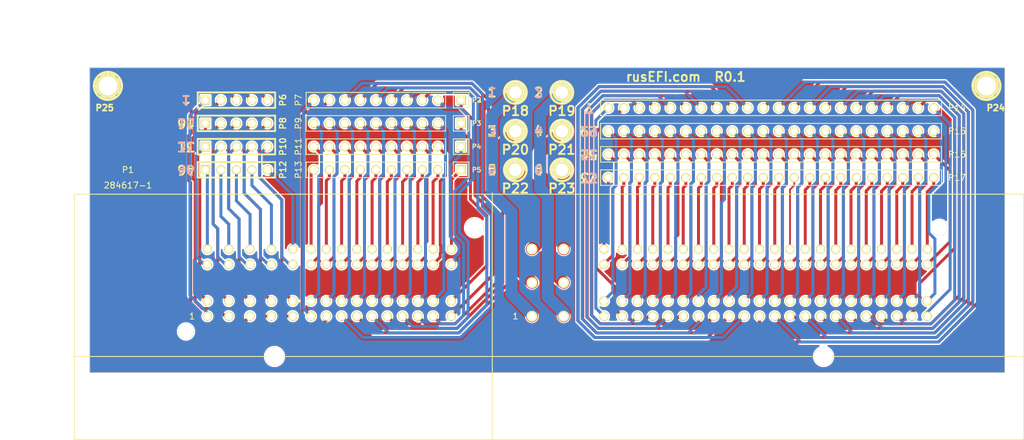
<source format=kicad_pcb>
(kicad_pcb (version 4) (host pcbnew 4.0.5)
  (title_block (title "284617-1 connector break out board") (date 2018-12-12) (rev R0.1) (company "rusEFI with the help from some one else. Perhaps Semenkov?"))
  (layers (0 F.Cu signal) (31 B.Cu signal) (34 B.Paste user) (35 F.Paste user) (36 B.SilkS user) (37 F.SilkS user hide) (38 B.Mask user) (39 F.Mask user) (44 Edge.Cuts user))
  (net 0 "")
  (net 1 /GND)
  (net 2 N-000001)
  (net 3 N-0000010)
  (net 4 N-00000100)
  (net 5 N-00000101)
  (net 6 N-00000102)
  (net 7 N-00000103)
  (net 8 N-00000104)
  (net 9 N-00000105)
  (net 10 N-00000106)
  (net 11 N-00000107)
  (net 12 N-00000108)
  (net 13 N-00000109)
  (net 14 N-0000011)
  (net 15 N-00000110)
  (net 16 N-00000111)
  (net 17 N-00000112)
  (net 18 N-00000113)
  (net 19 N-00000114)
  (net 20 N-00000115)
  (net 21 N-00000116)
  (net 22 N-00000117)
  (net 23 N-00000118)
  (net 24 N-00000119)
  (net 25 N-0000012)
  (net 26 N-00000120)
  (net 27 N-00000121)
  (net 28 N-00000122)
  (net 29 N-00000123)
  (net 30 N-00000124)
  (net 31 N-00000125)
  (net 32 N-00000126)
  (net 33 N-00000127)
  (net 34 N-00000128)
  (net 35 N-00000129)
  (net 36 N-0000013)
  (net 37 N-00000130)
  (net 38 N-00000131)
  (net 39 N-00000132)
  (net 40 N-00000133)
  (net 41 N-00000134)
  (net 42 N-00000135)
  (net 43 N-00000136)
  (net 44 N-00000137)
  (net 45 N-00000138)
  (net 46 N-00000139)
  (net 47 N-0000014)
  (net 48 N-00000140)
  (net 49 N-00000141)
  (net 50 N-00000142)
  (net 51 N-00000143)
  (net 52 N-00000144)
  (net 53 N-00000145)
  (net 54 N-00000146)
  (net 55 N-00000147)
  (net 56 N-00000148)
  (net 57 N-00000149)
  (net 58 N-0000015)
  (net 59 N-00000150)
  (net 60 N-00000151)
  (net 61 N-00000152)
  (net 62 N-00000153)
  (net 63 N-00000154)
  (net 64 N-00000155)
  (net 65 N-0000016)
  (net 66 N-0000017)
  (net 67 N-0000018)
  (net 68 N-0000019)
  (net 69 N-000002)
  (net 70 N-0000020)
  (net 71 N-0000021)
  (net 72 N-0000022)
  (net 73 N-0000023)
  (net 74 N-0000024)
  (net 75 N-0000025)
  (net 76 N-0000026)
  (net 77 N-0000027)
  (net 78 N-0000028)
  (net 79 N-0000029)
  (net 80 N-000003)
  (net 81 N-0000030)
  (net 82 N-0000031)
  (net 83 N-0000032)
  (net 84 N-0000033)
  (net 85 N-0000034)
  (net 86 N-0000035)
  (net 87 N-0000036)
  (net 88 N-0000037)
  (net 89 N-0000038)
  (net 90 N-0000039)
  (net 91 N-000004)
  (net 92 N-0000040)
  (net 93 N-0000041)
  (net 94 N-0000042)
  (net 95 N-0000043)
  (net 96 N-0000044)
  (net 97 N-0000045)
  (net 98 N-0000046)
  (net 99 N-0000047)
  (net 100 N-0000048)
  (net 101 N-0000049)
  (net 102 N-000005)
  (net 103 N-0000050)
  (net 104 N-0000051)
  (net 105 N-0000052)
  (net 106 N-0000053)
  (net 107 N-0000054)
  (net 108 N-0000055)
  (net 109 N-0000056)
  (net 110 N-0000057)
  (net 111 N-0000058)
  (net 112 N-0000059)
  (net 113 N-000006)
  (net 114 N-0000060)
  (net 115 N-0000061)
  (net 116 N-0000062)
  (net 117 N-0000063)
  (net 118 N-0000064)
  (net 119 N-0000065)
  (net 120 N-0000066)
  (net 121 N-0000067)
  (net 122 N-0000068)
  (net 123 N-0000069)
  (net 124 N-000007)
  (net 125 N-0000070)
  (net 126 N-0000071)
  (net 127 N-0000072)
  (net 128 N-0000073)
  (net 129 N-0000074)
  (net 130 N-0000075)
  (net 131 N-0000076)
  (net 132 N-0000077)
  (net 133 N-0000078)
  (net 134 N-0000079)
  (net 135 N-000008)
  (net 136 N-0000080)
  (net 137 N-0000081)
  (net 138 N-0000082)
  (net 139 N-0000083)
  (net 140 N-0000085)
  (net 141 N-0000086)
  (net 142 N-0000087)
  (net 143 N-0000088)
  (net 144 N-0000089)
  (net 145 N-000009)
  (net 146 N-0000090)
  (net 147 N-0000091)
  (net 148 N-0000092)
  (net 149 N-0000093)
  (net 150 N-0000094)
  (net 151 N-0000095)
  (net 152 N-0000096)
  (net 153 N-0000097)
  (net 154 N-0000098)
  (net 155 N-0000099)
  (module 284617-1 (layer F.Cu) (at 72.5 115.75)
    (fp_text reference P1 (at 8.78 -3.99) (layer F.SilkS))
    (fp_text value 284617-1 (at 8.78 -1.45) (layer F.SilkS))
    (fp_text user 1 (at 72.3 20) (layer F.SilkS))
    (fp_text user 1 (at 19.3 20) (layer F.SilkS))
    (pad "" thru_hole circle (at 32.8 26.6) (size 3 3) (drill 3) (layers *.Cu *.Mask F.SilkS))
    (pad "" thru_hole circle (at 122.8 26.6) (size 3 3) (drill 3) (layers *.Cu *.Mask F.SilkS))
    (pad "" thru_hole circle (at 65.6 5.5) (size 3 3) (drill 3) (layers *.Cu *.Mask F.SilkS))
    (pad "" thru_hole circle (at 141.8 5.5) (size 2.5 2.5) (drill 2.5) (layers *.Cu *.Mask F.SilkS))
    (pad "" thru_hole circle (at 18.3 22.5) (size 2.5 2.5) (drill 2.5) (layers *.Cu *.Mask F.SilkS))
    (pad 1 thru_hole circle (at 21.8 20) (size 1.5 1.5) (drill 1) (layers *.Cu *.Mask F.SilkS) (net 153 N-0000097))
    (pad 2 thru_hole circle (at 25.3 20) (size 1.5 1.5) (drill 1) (layers *.Cu *.Mask F.SilkS) (net 34 N-00000128))
    (pad 3 thru_hole circle (at 28.8 20) (size 1.5 1.5) (drill 1) (layers *.Cu *.Mask F.SilkS) (net 33 N-00000127))
    (pad 4 thru_hole circle (at 32.3 20) (size 1.5 1.5) (drill 1) (layers *.Cu *.Mask F.SilkS) (net 32 N-00000126))
    (pad 5 thru_hole circle (at 35.8 20) (size 1.5 1.5) (drill 1) (layers *.Cu *.Mask F.SilkS) (net 31 N-00000125))
    (pad 6 thru_hole circle (at 38.8 20) (size 1.5 1.5) (drill 1) (layers *.Cu *.Mask F.SilkS) (net 30 N-00000124))
    (pad 7 thru_hole circle (at 41.3 20) (size 1.5 1.5) (drill 1) (layers *.Cu *.Mask F.SilkS) (net 29 N-00000123))
    (pad 8 thru_hole circle (at 43.8 20) (size 1.5 1.5) (drill 1) (layers *.Cu *.Mask F.SilkS) (net 28 N-00000122))
    (pad 9 thru_hole circle (at 46.3 20) (size 1.5 1.5) (drill 1) (layers *.Cu *.Mask F.SilkS) (net 27 N-00000121))
    (pad 10 thru_hole circle (at 48.8 20) (size 1.5 1.5) (drill 1) (layers *.Cu *.Mask F.SilkS) (net 26 N-00000120))
    (pad 11 thru_hole circle (at 51.3 20) (size 1.5 1.5) (drill 1) (layers *.Cu *.Mask F.SilkS) (net 19 N-00000114))
    (pad 12 thru_hole circle (at 53.8 20) (size 1.5 1.5) (drill 1) (layers *.Cu *.Mask F.SilkS) (net 13 N-00000109))
    (pad 13 thru_hole circle (at 56.3 20) (size 1.5 1.5) (drill 1) (layers *.Cu *.Mask F.SilkS) (net 8 N-00000104))
    (pad 14 thru_hole circle (at 58.8 20) (size 1.5 1.5) (drill 1) (layers *.Cu *.Mask F.SilkS) (net 64 N-00000155))
    (pad 15 thru_hole circle (at 61.8 20) (size 1.5 1.5) (drill 1) (layers *.Cu *.Mask F.SilkS) (net 59 N-00000150))
    (pad 16 thru_hole circle (at 21.8 17.5) (size 1.5 1.5) (drill 1) (layers *.Cu *.Mask F.SilkS) (net 54 N-00000146))
    (pad 17 thru_hole circle (at 25.3 17.5) (size 1.5 1.5) (drill 1) (layers *.Cu *.Mask F.SilkS) (net 49 N-00000141))
    (pad 18 thru_hole circle (at 28.8 17.5) (size 1.5 1.5) (drill 1) (layers *.Cu *.Mask F.SilkS) (net 43 N-00000136))
    (pad 19 thru_hole circle (at 32.3 17.5) (size 1.5 1.5) (drill 1) (layers *.Cu *.Mask F.SilkS) (net 39 N-00000132))
    (pad 20 thru_hole circle (at 35.8 17.5) (size 1.5 1.5) (drill 1) (layers *.Cu *.Mask F.SilkS) (net 24 N-00000119))
    (pad 21 thru_hole circle (at 38.8 17.5) (size 1.5 1.5) (drill 1) (layers *.Cu *.Mask F.SilkS) (net 18 N-00000113))
    (pad 22 thru_hole circle (at 41.3 17.5) (size 1.5 1.5) (drill 1) (layers *.Cu *.Mask F.SilkS) (net 12 N-00000108))
    (pad 23 thru_hole circle (at 43.8 17.5) (size 1.5 1.5) (drill 1) (layers *.Cu *.Mask F.SilkS) (net 7 N-00000103))
    (pad 24 thru_hole circle (at 46.3 17.5) (size 1.5 1.5) (drill 1) (layers *.Cu *.Mask F.SilkS) (net 63 N-00000154))
    (pad 25 thru_hole circle (at 48.8 17.5) (size 1.5 1.5) (drill 1) (layers *.Cu *.Mask F.SilkS) (net 57 N-00000149))
    (pad 26 thru_hole circle (at 51.3 17.5) (size 1.5 1.5) (drill 1) (layers *.Cu *.Mask F.SilkS) (net 53 N-00000145))
    (pad 27 thru_hole circle (at 53.8 17.5) (size 1.5 1.5) (drill 1) (layers *.Cu *.Mask F.SilkS) (net 48 N-00000140))
    (pad 28 thru_hole circle (at 56.3 17.5) (size 1.5 1.5) (drill 1) (layers *.Cu *.Mask F.SilkS) (net 42 N-00000135))
    (pad 29 thru_hole circle (at 58.8 17.5) (size 1.5 1.5) (drill 1) (layers *.Cu *.Mask F.SilkS) (net 38 N-00000131))
    (pad 30 thru_hole circle (at 61.8 17.5) (size 1.5 1.5) (drill 1) (layers *.Cu *.Mask F.SilkS) (net 23 N-00000118))
    (pad 31 thru_hole circle (at 21.8 11.5) (size 1.5 1.5) (drill 1) (layers *.Cu *.Mask F.SilkS) (net 17 N-00000112))
    (pad 32 thru_hole circle (at 25.3 11.5) (size 1.5 1.5) (drill 1) (layers *.Cu *.Mask F.SilkS) (net 11 N-00000107))
    (pad 33 thru_hole circle (at 28.8 11.5) (size 1.5 1.5) (drill 1) (layers *.Cu *.Mask F.SilkS) (net 6 N-00000102))
    (pad 34 thru_hole circle (at 32.3 11.5) (size 1.5 1.5) (drill 1) (layers *.Cu *.Mask F.SilkS) (net 62 N-00000153))
    (pad 35 thru_hole circle (at 35.8 11.5) (size 1.5 1.5) (drill 1) (layers *.Cu *.Mask F.SilkS) (net 56 N-00000148))
    (pad 36 thru_hole circle (at 38.8 11.5) (size 1.5 1.5) (drill 1) (layers *.Cu *.Mask F.SilkS) (net 52 N-00000144))
    (pad 37 thru_hole circle (at 41.3 11.5) (size 1.5 1.5) (drill 1) (layers *.Cu *.Mask F.SilkS) (net 46 N-00000139))
    (pad 38 thru_hole circle (at 43.8 11.5) (size 1.5 1.5) (drill 1) (layers *.Cu *.Mask F.SilkS) (net 41 N-00000134))
    (pad 39 thru_hole circle (at 46.3 11.5) (size 1.5 1.5) (drill 1) (layers *.Cu *.Mask F.SilkS) (net 37 N-00000130))
    (pad 40 thru_hole circle (at 48.8 11.5) (size 1.5 1.5) (drill 1) (layers *.Cu *.Mask F.SilkS) (net 22 N-00000117))
    (pad 41 thru_hole circle (at 51.3 11.5) (size 1.5 1.5) (drill 1) (layers *.Cu *.Mask F.SilkS) (net 16 N-00000111))
    (pad 42 thru_hole circle (at 53.8 11.5) (size 1.5 1.5) (drill 1) (layers *.Cu *.Mask F.SilkS) (net 10 N-00000106))
    (pad 43 thru_hole circle (at 56.3 11.5) (size 1.5 1.5) (drill 1) (layers *.Cu *.Mask F.SilkS) (net 5 N-00000101))
    (pad 44 thru_hole circle (at 58.8 11.5) (size 1.5 1.5) (drill 1) (layers *.Cu *.Mask F.SilkS) (net 61 N-00000152))
    (pad 45 thru_hole circle (at 61.8 11.5) (size 1.5 1.5) (drill 1) (layers *.Cu *.Mask F.SilkS) (net 148 N-0000092))
    (pad 46 thru_hole circle (at 21.8 9) (size 1.5 1.5) (drill 1) (layers *.Cu *.Mask F.SilkS) (net 35 N-00000129))
    (pad 47 thru_hole circle (at 25.3 9) (size 1.5 1.5) (drill 1) (layers *.Cu *.Mask F.SilkS) (net 45 N-00000138))
    (pad 48 thru_hole circle (at 28.8 9) (size 1.5 1.5) (drill 1) (layers *.Cu *.Mask F.SilkS) (net 40 N-00000133))
    (pad 49 thru_hole circle (at 32.3 9) (size 1.5 1.5) (drill 1) (layers *.Cu *.Mask F.SilkS) (net 155 N-0000099))
    (pad 50 thru_hole circle (at 35.8 9) (size 1.5 1.5) (drill 1) (layers *.Cu *.Mask F.SilkS) (net 21 N-00000116))
    (pad 51 thru_hole circle (at 38.8 9) (size 1.5 1.5) (drill 1) (layers *.Cu *.Mask F.SilkS) (net 15 N-00000110))
    (pad 52 thru_hole circle (at 41.3 9) (size 1.5 1.5) (drill 1) (layers *.Cu *.Mask F.SilkS) (net 9 N-00000105))
    (pad 53 thru_hole circle (at 43.8 9) (size 1.5 1.5) (drill 1) (layers *.Cu *.Mask F.SilkS) (net 20 N-00000115))
    (pad 54 thru_hole circle (at 46.3 9) (size 1.5 1.5) (drill 1) (layers *.Cu *.Mask F.SilkS) (net 60 N-00000151))
    (pad 55 thru_hole circle (at 48.8 9) (size 1.5 1.5) (drill 1) (layers *.Cu *.Mask F.SilkS) (net 55 N-00000147))
    (pad 56 thru_hole circle (at 51.3 9) (size 1.5 1.5) (drill 1) (layers *.Cu *.Mask F.SilkS) (net 50 N-00000142))
    (pad 57 thru_hole circle (at 53.8 9) (size 1.5 1.5) (drill 1) (layers *.Cu *.Mask F.SilkS) (net 44 N-00000137))
    (pad 58 thru_hole circle (at 56.3 9) (size 1.5 1.5) (drill 1) (layers *.Cu *.Mask F.SilkS) (net 51 N-00000143))
    (pad 59 thru_hole circle (at 58.8 9) (size 1.5 1.5) (drill 1) (layers *.Cu *.Mask F.SilkS) (net 154 N-0000098))
    (pad 60 thru_hole circle (at 61.8 9) (size 1.5 1.5) (drill 1) (layers *.Cu *.Mask F.SilkS) (net 4 N-00000100))
    (pad 61 thru_hole circle (at 75 20) (size 1.8 1.8) (drill 1.3) (layers *.Cu *.Mask F.SilkS) (net 147 N-0000091))
    (pad 62 thru_hole circle (at 80.2 20) (size 1.8 1.8) (drill 1.3) (layers *.Cu *.Mask F.SilkS) (net 146 N-0000090))
    (pad 63 thru_hole circle (at 75 14.5) (size 1.8 1.8) (drill 1.3) (layers *.Cu *.Mask F.SilkS) (net 149 N-0000093))
    (pad 64 thru_hole circle (at 80.2 14.5) (size 1.8 1.8) (drill 1.3) (layers *.Cu *.Mask F.SilkS) (net 152 N-0000096))
    (pad 65 thru_hole circle (at 75 9) (size 1.8 1.8) (drill 1.3) (layers *.Cu *.Mask F.SilkS) (net 151 N-0000095))
    (pad 66 thru_hole circle (at 80.2 9) (size 1.8 1.8) (drill 1.3) (layers *.Cu *.Mask F.SilkS) (net 150 N-0000094))
    (pad 67 thru_hole circle (at 86.8 20) (size 1.5 1.5) (drill 1) (layers *.Cu *.Mask F.SilkS) (net 127 N-0000072))
    (pad 68 thru_hole circle (at 89.8 20) (size 1.5 1.5) (drill 1) (layers *.Cu *.Mask F.SilkS) (net 126 N-0000071))
    (pad 69 thru_hole circle (at 92.3 20) (size 1.5 1.5) (drill 1) (layers *.Cu *.Mask F.SilkS) (net 125 N-0000070))
    (pad 70 thru_hole circle (at 94.8 20) (size 1.5 1.5) (drill 1) (layers *.Cu *.Mask F.SilkS) (net 123 N-0000069))
    (pad 71 thru_hole circle (at 97.3 20) (size 1.5 1.5) (drill 1) (layers *.Cu *.Mask F.SilkS) (net 122 N-0000068))
    (pad 72 thru_hole circle (at 99.8 20) (size 1.5 1.5) (drill 1) (layers *.Cu *.Mask F.SilkS) (net 121 N-0000067))
    (pad 73 thru_hole circle (at 102.3 20) (size 1.5 1.5) (drill 1) (layers *.Cu *.Mask F.SilkS) (net 120 N-0000066))
    (pad 74 thru_hole circle (at 104.8 20) (size 1.5 1.5) (drill 1) (layers *.Cu *.Mask F.SilkS) (net 119 N-0000065))
    (pad 75 thru_hole circle (at 107.3 20) (size 1.5 1.5) (drill 1) (layers *.Cu *.Mask F.SilkS) (net 118 N-0000064))
    (pad 76 thru_hole circle (at 109.8 20) (size 1.5 1.5) (drill 1) (layers *.Cu *.Mask F.SilkS) (net 117 N-0000063))
    (pad 77 thru_hole circle (at 112.3 20) (size 1.5 1.5) (drill 1) (layers *.Cu *.Mask F.SilkS) (net 116 N-0000062))
    (pad 78 thru_hole circle (at 114.8 20) (size 1.5 1.5) (drill 1) (layers *.Cu *.Mask F.SilkS) (net 115 N-0000061))
    (pad 79 thru_hole circle (at 117.3 20) (size 1.5 1.5) (drill 1) (layers *.Cu *.Mask F.SilkS) (net 98 N-0000046))
    (pad 80 thru_hole circle (at 119.8 20) (size 1.5 1.5) (drill 1) (layers *.Cu *.Mask F.SilkS) (net 81 N-0000030))
    (pad 81 thru_hole circle (at 122.3 20) (size 1.5 1.5) (drill 1) (layers *.Cu *.Mask F.SilkS) (net 79 N-0000029))
    (pad 82 thru_hole circle (at 124.8 20) (size 1.5 1.5) (drill 1) (layers *.Cu *.Mask F.SilkS) (net 78 N-0000028))
    (pad 83 thru_hole circle (at 127.3 20) (size 1.5 1.5) (drill 1) (layers *.Cu *.Mask F.SilkS) (net 77 N-0000027))
    (pad 84 thru_hole circle (at 129.8 20) (size 1.5 1.5) (drill 1) (layers *.Cu *.Mask F.SilkS) (net 76 N-0000026))
    (pad 85 thru_hole circle (at 132.3 20) (size 1.5 1.5) (drill 1) (layers *.Cu *.Mask F.SilkS) (net 75 N-0000025))
    (pad 86 thru_hole circle (at 134.8 20) (size 1.5 1.5) (drill 1) (layers *.Cu *.Mask F.SilkS) (net 74 N-0000024))
    (pad 87 thru_hole circle (at 137.3 20) (size 1.5 1.5) (drill 1) (layers *.Cu *.Mask F.SilkS) (net 73 N-0000023))
    (pad 88 thru_hole circle (at 139.8 20) (size 1.5 1.5) (drill 1) (layers *.Cu *.Mask F.SilkS) (net 72 N-0000022))
    (pad 89 thru_hole circle (at 86.8 17.5) (size 1.5 1.5) (drill 1) (layers *.Cu *.Mask F.SilkS) (net 71 N-0000021))
    (pad 90 thru_hole circle (at 89.8 17.5) (size 1.5 1.5) (drill 1) (layers *.Cu *.Mask F.SilkS) (net 70 N-0000020))
    (pad 91 thru_hole circle (at 92.3 17.5) (size 1.5 1.5) (drill 1) (layers *.Cu *.Mask F.SilkS) (net 68 N-0000019))
    (pad 92 thru_hole circle (at 94.8 17.5) (size 1.5 1.5) (drill 1) (layers *.Cu *.Mask F.SilkS) (net 67 N-0000018))
    (pad 93 thru_hole circle (at 97.3 17.5) (size 1.5 1.5) (drill 1) (layers *.Cu *.Mask F.SilkS) (net 66 N-0000017))
    (pad 94 thru_hole circle (at 99.8 17.5) (size 1.5 1.5) (drill 1) (layers *.Cu *.Mask F.SilkS) (net 2 N-000001))
    (pad 95 thru_hole circle (at 102.3 17.5) (size 1.5 1.5) (drill 1) (layers *.Cu *.Mask F.SilkS) (net 58 N-0000015))
    (pad 96 thru_hole circle (at 104.8 17.5) (size 1.5 1.5) (drill 1) (layers *.Cu *.Mask F.SilkS) (net 47 N-0000014))
    (pad 97 thru_hole circle (at 107.3 17.5) (size 1.5 1.5) (drill 1) (layers *.Cu *.Mask F.SilkS) (net 36 N-0000013))
    (pad 98 thru_hole circle (at 109.8 17.5) (size 1.5 1.5) (drill 1) (layers *.Cu *.Mask F.SilkS) (net 25 N-0000012))
    (pad 99 thru_hole circle (at 112.3 17.5) (size 1.5 1.5) (drill 1) (layers *.Cu *.Mask F.SilkS) (net 14 N-0000011))
    (pad 100 thru_hole circle (at 114.8 17.5) (size 1.5 1.5) (drill 1) (layers *.Cu *.Mask F.SilkS) (net 3 N-0000010))
    (pad 101 thru_hole circle (at 117.3 17.5) (size 1.5 1.5) (drill 1) (layers *.Cu *.Mask F.SilkS) (net 145 N-000009))
    (pad 102 thru_hole circle (at 119.8 17.5) (size 1.5 1.5) (drill 1) (layers *.Cu *.Mask F.SilkS) (net 135 N-000008))
    (pad 103 thru_hole circle (at 122.3 17.5) (size 1.5 1.5) (drill 1) (layers *.Cu *.Mask F.SilkS) (net 124 N-000007))
    (pad 104 thru_hole circle (at 124.8 17.5) (size 1.5 1.5) (drill 1) (layers *.Cu *.Mask F.SilkS) (net 113 N-000006))
    (pad 105 thru_hole circle (at 127.3 17.5) (size 1.5 1.5) (drill 1) (layers *.Cu *.Mask F.SilkS) (net 102 N-000005))
    (pad 106 thru_hole circle (at 129.8 17.5) (size 1.5 1.5) (drill 1) (layers *.Cu *.Mask F.SilkS) (net 91 N-000004))
    (pad 107 thru_hole circle (at 132.3 17.5) (size 1.5 1.5) (drill 1) (layers *.Cu *.Mask F.SilkS) (net 80 N-000003))
    (pad 108 thru_hole circle (at 134.8 17.5) (size 1.5 1.5) (drill 1) (layers *.Cu *.Mask F.SilkS) (net 69 N-000002))
    (pad 109 thru_hole circle (at 137.3 17.5) (size 1.5 1.5) (drill 1) (layers *.Cu *.Mask F.SilkS) (net 65 N-0000016))
    (pad 110 thru_hole circle (at 139.8 17.5) (size 1.5 1.5) (drill 1) (layers *.Cu *.Mask F.SilkS) (net 112 N-0000059))
    (pad 111 thru_hole circle (at 86.8 11.5) (size 1.5 1.5) (drill 1) (layers *.Cu *.Mask F.SilkS) (net 111 N-0000058))
    (pad 112 thru_hole circle (at 89.8 11.5) (size 1.5 1.5) (drill 1) (layers *.Cu *.Mask F.SilkS) (net 110 N-0000057))
    (pad 113 thru_hole circle (at 92.3 11.5) (size 1.5 1.5) (drill 1) (layers *.Cu *.Mask F.SilkS) (net 109 N-0000056))
    (pad 114 thru_hole circle (at 94.8 11.5) (size 1.5 1.5) (drill 1) (layers *.Cu *.Mask F.SilkS) (net 108 N-0000055))
    (pad 115 thru_hole circle (at 97.3 11.5) (size 1.5 1.5) (drill 1) (layers *.Cu *.Mask F.SilkS) (net 107 N-0000054))
    (pad 116 thru_hole circle (at 99.8 11.5) (size 1.5 1.5) (drill 1) (layers *.Cu *.Mask F.SilkS) (net 106 N-0000053))
    (pad 117 thru_hole circle (at 102.3 11.5) (size 1.5 1.5) (drill 1) (layers *.Cu *.Mask F.SilkS) (net 105 N-0000052))
    (pad 118 thru_hole circle (at 104.8 11.5) (size 1.5 1.5) (drill 1) (layers *.Cu *.Mask F.SilkS) (net 104 N-0000051))
    (pad 119 thru_hole circle (at 107.3 11.5) (size 1.5 1.5) (drill 1) (layers *.Cu *.Mask F.SilkS) (net 103 N-0000050))
    (pad 120 thru_hole circle (at 109.8 11.5) (size 1.5 1.5) (drill 1) (layers *.Cu *.Mask F.SilkS) (net 101 N-0000049))
    (pad 121 thru_hole circle (at 112.3 11.5) (size 1.5 1.5) (drill 1) (layers *.Cu *.Mask F.SilkS) (net 100 N-0000048))
    (pad 122 thru_hole circle (at 114.8 11.5) (size 1.5 1.5) (drill 1) (layers *.Cu *.Mask F.SilkS) (net 99 N-0000047))
    (pad 123 thru_hole circle (at 117.3 11.5) (size 1.5 1.5) (drill 1) (layers *.Cu *.Mask F.SilkS) (net 82 N-0000031))
    (pad 124 thru_hole circle (at 119.8 11.5) (size 1.5 1.5) (drill 1) (layers *.Cu *.Mask F.SilkS) (net 97 N-0000045))
    (pad 125 thru_hole circle (at 122.3 11.5) (size 1.5 1.5) (drill 1) (layers *.Cu *.Mask F.SilkS) (net 96 N-0000044))
    (pad 126 thru_hole circle (at 124.8 11.5) (size 1.5 1.5) (drill 1) (layers *.Cu *.Mask F.SilkS) (net 95 N-0000043))
    (pad 127 thru_hole circle (at 127.3 11.5) (size 1.5 1.5) (drill 1) (layers *.Cu *.Mask F.SilkS) (net 94 N-0000042))
    (pad 128 thru_hole circle (at 129.8 11.5) (size 1.5 1.5) (drill 1) (layers *.Cu *.Mask F.SilkS) (net 93 N-0000041))
    (pad 129 thru_hole circle (at 132.3 11.5) (size 1.5 1.5) (drill 1) (layers *.Cu *.Mask F.SilkS) (net 92 N-0000040))
    (pad 130 thru_hole circle (at 134.8 11.5) (size 1.5 1.5) (drill 1) (layers *.Cu *.Mask F.SilkS) (net 90 N-0000039))
    (pad 131 thru_hole circle (at 137.3 11.5) (size 1.5 1.5) (drill 1) (layers *.Cu *.Mask F.SilkS) (net 89 N-0000038))
    (pad 132 thru_hole circle (at 139.8 11.5) (size 1.5 1.5) (drill 1) (layers *.Cu *.Mask F.SilkS) (net 88 N-0000037))
    (pad 133 thru_hole circle (at 86.8 9) (size 1.5 1.5) (drill 1) (layers *.Cu *.Mask F.SilkS) (net 87 N-0000036))
    (pad 134 thru_hole circle (at 89.8 9) (size 1.5 1.5) (drill 1) (layers *.Cu *.Mask F.SilkS) (net 86 N-0000035))
    (pad 135 thru_hole circle (at 92.3 9) (size 1.5 1.5) (drill 1) (layers *.Cu *.Mask F.SilkS) (net 85 N-0000034))
    (pad 136 thru_hole circle (at 94.8 9) (size 1.5 1.5) (drill 1) (layers *.Cu *.Mask F.SilkS) (net 84 N-0000033))
    (pad 137 thru_hole circle (at 97.3 9) (size 1.5 1.5) (drill 1) (layers *.Cu *.Mask F.SilkS) (net 83 N-0000032))
    (pad 138 thru_hole circle (at 99.8 9) (size 1.5 1.5) (drill 1) (layers *.Cu *.Mask F.SilkS) (net 114 N-0000060))
    (pad 139 thru_hole circle (at 102.3 9) (size 1.5 1.5) (drill 1) (layers *.Cu *.Mask F.SilkS) (net 141 N-0000086))
    (pad 140 thru_hole circle (at 104.8 9) (size 1.5 1.5) (drill 1) (layers *.Cu *.Mask F.SilkS) (net 138 N-0000082))
    (pad 141 thru_hole circle (at 107.3 9) (size 1.5 1.5) (drill 1) (layers *.Cu *.Mask F.SilkS) (net 136 N-0000080))
    (pad 142 thru_hole circle (at 109.8 9) (size 1.5 1.5) (drill 1) (layers *.Cu *.Mask F.SilkS) (net 133 N-0000078))
    (pad 143 thru_hole circle (at 112.3 9) (size 1.5 1.5) (drill 1) (layers *.Cu *.Mask F.SilkS) (net 131 N-0000076))
    (pad 144 thru_hole circle (at 114.8 9) (size 1.5 1.5) (drill 1) (layers *.Cu *.Mask F.SilkS) (net 129 N-0000074))
    (pad 145 thru_hole circle (at 117.3 9) (size 1.5 1.5) (drill 1) (layers *.Cu *.Mask F.SilkS) (net 144 N-0000089))
    (pad 146 thru_hole circle (at 119.8 9) (size 1.5 1.5) (drill 1) (layers *.Cu *.Mask F.SilkS) (net 143 N-0000088))
    (pad 147 thru_hole circle (at 122.3 9) (size 1.5 1.5) (drill 1) (layers *.Cu *.Mask F.SilkS) (net 139 N-0000083))
    (pad 148 thru_hole circle (at 124.8 9) (size 1.5 1.5) (drill 1) (layers *.Cu *.Mask F.SilkS) (net 142 N-0000087))
    (pad 149 thru_hole circle (at 127.3 9) (size 1.5 1.5) (drill 1) (layers *.Cu *.Mask F.SilkS) (net 140 N-0000085))
    (pad 150 thru_hole circle (at 129.8 9) (size 1.5 1.5) (drill 1) (layers *.Cu *.Mask F.SilkS) (net 137 N-0000081))
    (pad 151 thru_hole circle (at 132.3 9) (size 1.5 1.5) (drill 1) (layers *.Cu *.Mask F.SilkS) (net 134 N-0000079))
    (pad 152 thru_hole circle (at 134.8 9) (size 1.5 1.5) (drill 1) (layers *.Cu *.Mask F.SilkS) (net 132 N-0000077))
    (pad 153 thru_hole circle (at 137.3 9) (size 1.5 1.5) (drill 1) (layers *.Cu *.Mask F.SilkS) (net 130 N-0000075))
    (pad 154 thru_hole circle (at 139.8 9) (size 1.5 1.5) (drill 1) (layers *.Cu *.Mask F.SilkS) (net 128 N-0000073))
  )
  (module PIN_ARRAY_9x1 (layer F.Cu) (at 124.46 100.33)
    (fp_text reference P7 (at -15.24 0 90) (layer F.SilkS))
    (fp_text value CONN_9 hide)
    (pad 1 thru_hole circle (at -12.7 0) (size 1.5 1.5) (drill 1) (layers *.Cu *.Mask F.SilkS) (net 30 N-00000124))
    (pad 2 thru_hole circle (at -10.16 0) (size 1.5 1.5) (drill 1) (layers *.Cu *.Mask F.SilkS) (net 29 N-00000123))
    (pad 3 thru_hole circle (at -7.62 0) (size 1.5 1.5) (drill 1) (layers *.Cu *.Mask F.SilkS) (net 28 N-00000122))
    (pad 4 thru_hole circle (at -5.08 0) (size 1.5 1.5) (drill 1) (layers *.Cu *.Mask F.SilkS) (net 27 N-00000121))
    (pad 5 thru_hole circle (at -2.54 0) (size 1.5 1.5) (drill 1) (layers *.Cu *.Mask F.SilkS) (net 26 N-00000120))
    (pad 6 thru_hole circle (at 0 0) (size 1.5 1.5) (drill 1) (layers *.Cu *.Mask F.SilkS) (net 19 N-00000114))
    (pad 7 thru_hole circle (at 2.54 0) (size 1.5 1.5) (drill 1) (layers *.Cu *.Mask F.SilkS) (net 13 N-00000109))
    (pad 8 thru_hole circle (at 5.08 0) (size 1.5 1.5) (drill 1) (layers *.Cu *.Mask F.SilkS) (net 8 N-00000104))
    (pad 9 thru_hole circle (at 7.62 0) (size 1.5 1.5) (drill 1) (layers *.Cu *.Mask F.SilkS) (net 64 N-00000155))
  )
  (module PIN_ARRAY_9x1 (layer F.Cu) (at 124.46 104.14)
    (fp_text reference P9 (at -15.24 0 90) (layer F.SilkS))
    (fp_text value CONN_9 hide)
    (pad 1 thru_hole circle (at -12.7 0) (size 1.5 1.5) (drill 1) (layers *.Cu *.Mask F.SilkS) (net 18 N-00000113))
    (pad 2 thru_hole circle (at -10.16 0) (size 1.5 1.5) (drill 1) (layers *.Cu *.Mask F.SilkS) (net 12 N-00000108))
    (pad 3 thru_hole circle (at -7.62 0) (size 1.5 1.5) (drill 1) (layers *.Cu *.Mask F.SilkS) (net 7 N-00000103))
    (pad 4 thru_hole circle (at -5.08 0) (size 1.5 1.5) (drill 1) (layers *.Cu *.Mask F.SilkS) (net 63 N-00000154))
    (pad 5 thru_hole circle (at -2.54 0) (size 1.5 1.5) (drill 1) (layers *.Cu *.Mask F.SilkS) (net 57 N-00000149))
    (pad 6 thru_hole circle (at 0 0) (size 1.5 1.5) (drill 1) (layers *.Cu *.Mask F.SilkS) (net 53 N-00000145))
    (pad 7 thru_hole circle (at 2.54 0) (size 1.5 1.5) (drill 1) (layers *.Cu *.Mask F.SilkS) (net 48 N-00000140))
    (pad 8 thru_hole circle (at 5.08 0) (size 1.5 1.5) (drill 1) (layers *.Cu *.Mask F.SilkS) (net 42 N-00000135))
    (pad 9 thru_hole circle (at 7.62 0) (size 1.5 1.5) (drill 1) (layers *.Cu *.Mask F.SilkS) (net 38 N-00000131))
  )
  (module PIN_ARRAY_9x1 (layer F.Cu) (at 124.46 107.95)
    (fp_text reference P11 (at -15.24 0 90) (layer F.SilkS))
    (fp_text value CONN_9 hide)
    (pad 1 thru_hole circle (at -12.7 0) (size 1.5 1.5) (drill 1) (layers *.Cu *.Mask F.SilkS) (net 52 N-00000144))
    (pad 2 thru_hole circle (at -10.16 0) (size 1.5 1.5) (drill 1) (layers *.Cu *.Mask F.SilkS) (net 46 N-00000139))
    (pad 3 thru_hole circle (at -7.62 0) (size 1.5 1.5) (drill 1) (layers *.Cu *.Mask F.SilkS) (net 41 N-00000134))
    (pad 4 thru_hole circle (at -5.08 0) (size 1.5 1.5) (drill 1) (layers *.Cu *.Mask F.SilkS) (net 37 N-00000130))
    (pad 5 thru_hole circle (at -2.54 0) (size 1.5 1.5) (drill 1) (layers *.Cu *.Mask F.SilkS) (net 22 N-00000117))
    (pad 6 thru_hole circle (at 0 0) (size 1.5 1.5) (drill 1) (layers *.Cu *.Mask F.SilkS) (net 16 N-00000111))
    (pad 7 thru_hole circle (at 2.54 0) (size 1.5 1.5) (drill 1) (layers *.Cu *.Mask F.SilkS) (net 10 N-00000106))
    (pad 8 thru_hole circle (at 5.08 0) (size 1.5 1.5) (drill 1) (layers *.Cu *.Mask F.SilkS) (net 5 N-00000101))
    (pad 9 thru_hole circle (at 7.62 0) (size 1.5 1.5) (drill 1) (layers *.Cu *.Mask F.SilkS) (net 61 N-00000152))
  )
  (module PIN_ARRAY_9x1 (layer F.Cu) (at 124.46 111.76)
    (fp_text reference P13 (at -15.24 0 90) (layer F.SilkS))
    (fp_text value CONN_9 hide)
    (pad 1 thru_hole circle (at -12.7 0) (size 1.5 1.5) (drill 1) (layers *.Cu *.Mask F.SilkS) (net 15 N-00000110))
    (pad 2 thru_hole circle (at -10.16 0) (size 1.5 1.5) (drill 1) (layers *.Cu *.Mask F.SilkS) (net 9 N-00000105))
    (pad 3 thru_hole circle (at -7.62 0) (size 1.5 1.5) (drill 1) (layers *.Cu *.Mask F.SilkS) (net 20 N-00000115))
    (pad 4 thru_hole circle (at -5.08 0) (size 1.5 1.5) (drill 1) (layers *.Cu *.Mask F.SilkS) (net 60 N-00000151))
    (pad 5 thru_hole circle (at -2.54 0) (size 1.5 1.5) (drill 1) (layers *.Cu *.Mask F.SilkS) (net 55 N-00000147))
    (pad 6 thru_hole circle (at 0 0) (size 1.5 1.5) (drill 1) (layers *.Cu *.Mask F.SilkS) (net 50 N-00000142))
    (pad 7 thru_hole circle (at 2.54 0) (size 1.5 1.5) (drill 1) (layers *.Cu *.Mask F.SilkS) (net 44 N-00000137))
    (pad 8 thru_hole circle (at 5.08 0) (size 1.5 1.5) (drill 1) (layers *.Cu *.Mask F.SilkS) (net 51 N-00000143))
    (pad 9 thru_hole circle (at 7.62 0) (size 1.5 1.5) (drill 1) (layers *.Cu *.Mask F.SilkS) (net 154 N-0000098))
  )
  (module PIN_ARRAY_5x1 (layer F.Cu) (at 99.06 100.33)
    (fp_text reference P6 (at 7.62 0 90) (layer F.SilkS) (effects (font (size 1.016 1.016) (thickness 0.2032))))
    (fp_text value CONN_5 hide)
    (pad 1 thru_hole rect (at -5.08 0) (size 1.524 1.524) (drill 1.016) (layers *.Cu *.Mask F.SilkS) (net 153 N-0000097))
    (pad 2 thru_hole circle (at -2.54 0) (size 1.524 1.524) (drill 1.016) (layers *.Cu *.Mask F.SilkS) (net 34 N-00000128))
    (pad 3 thru_hole circle (at 0 0) (size 1.524 1.524) (drill 1.016) (layers *.Cu *.Mask F.SilkS) (net 33 N-00000127))
    (pad 4 thru_hole circle (at 2.54 0) (size 1.524 1.524) (drill 1.016) (layers *.Cu *.Mask F.SilkS) (net 32 N-00000126))
    (pad 5 thru_hole circle (at 5.08 0) (size 1.524 1.524) (drill 1.016) (layers *.Cu *.Mask F.SilkS) (net 31 N-00000125))
  )
  (module PIN_ARRAY_5x1 (layer F.Cu) (at 99.06 104.14)
    (fp_text reference P8 (at 7.62 0 90) (layer F.SilkS) (effects (font (size 1.016 1.016) (thickness 0.2032))))
    (fp_text value CONN_5 hide)
    (pad 1 thru_hole rect (at -5.08 0) (size 1.524 1.524) (drill 1.016) (layers *.Cu *.Mask F.SilkS) (net 54 N-00000146))
    (pad 2 thru_hole circle (at -2.54 0) (size 1.524 1.524) (drill 1.016) (layers *.Cu *.Mask F.SilkS) (net 49 N-00000141))
    (pad 3 thru_hole circle (at 0 0) (size 1.524 1.524) (drill 1.016) (layers *.Cu *.Mask F.SilkS) (net 43 N-00000136))
    (pad 4 thru_hole circle (at 2.54 0) (size 1.524 1.524) (drill 1.016) (layers *.Cu *.Mask F.SilkS) (net 39 N-00000132))
    (pad 5 thru_hole circle (at 5.08 0) (size 1.524 1.524) (drill 1.016) (layers *.Cu *.Mask F.SilkS) (net 24 N-00000119))
  )
  (module PIN_ARRAY_5x1 (layer F.Cu) (at 99.06 107.95)
    (fp_text reference P10 (at 7.62 0 90) (layer F.SilkS) (effects (font (size 1.016 1.016) (thickness 0.2032))))
    (fp_text value CONN_5 hide)
    (pad 1 thru_hole rect (at -5.08 0) (size 1.524 1.524) (drill 1.016) (layers *.Cu *.Mask F.SilkS) (net 17 N-00000112))
    (pad 2 thru_hole circle (at -2.54 0) (size 1.524 1.524) (drill 1.016) (layers *.Cu *.Mask F.SilkS) (net 11 N-00000107))
    (pad 3 thru_hole circle (at 0 0) (size 1.524 1.524) (drill 1.016) (layers *.Cu *.Mask F.SilkS) (net 6 N-00000102))
    (pad 4 thru_hole circle (at 2.54 0) (size 1.524 1.524) (drill 1.016) (layers *.Cu *.Mask F.SilkS) (net 62 N-00000153))
    (pad 5 thru_hole circle (at 5.08 0) (size 1.524 1.524) (drill 1.016) (layers *.Cu *.Mask F.SilkS) (net 56 N-00000148))
  )
  (module PIN_ARRAY_5x1 (layer F.Cu) (at 99.06 111.76)
    (fp_text reference P12 (at 7.62 0 90) (layer F.SilkS) (effects (font (size 1.016 1.016) (thickness 0.2032))))
    (fp_text value CONN_5 hide)
    (pad 1 thru_hole rect (at -5.08 0) (size 1.524 1.524) (drill 1.016) (layers *.Cu *.Mask F.SilkS) (net 35 N-00000129))
    (pad 2 thru_hole circle (at -2.54 0) (size 1.524 1.524) (drill 1.016) (layers *.Cu *.Mask F.SilkS) (net 45 N-00000138))
    (pad 3 thru_hole circle (at 0 0) (size 1.524 1.524) (drill 1.016) (layers *.Cu *.Mask F.SilkS) (net 40 N-00000133))
    (pad 4 thru_hole circle (at 2.54 0) (size 1.524 1.524) (drill 1.016) (layers *.Cu *.Mask F.SilkS) (net 155 N-0000099))
    (pad 5 thru_hole circle (at 5.08 0) (size 1.524 1.524) (drill 1.016) (layers *.Cu *.Mask F.SilkS) (net 21 N-00000116))
  )
  (module PIN_ARRAY_22x1 (layer F.Cu) (at 187.96 113.03)
    (fp_text reference P17 (at 29.21 0) (layer F.SilkS))
    (fp_text value CONN_22 hide)
    (pad 1 thru_hole circle (at -27.94 0) (size 1.5 1.5) (drill 1) (layers *.Cu *.Mask F.SilkS) (net 87 N-0000036))
    (pad 2 thru_hole circle (at -25.4 0) (size 1.5 1.5) (drill 1) (layers *.Cu *.Mask F.SilkS) (net 86 N-0000035))
    (pad 3 thru_hole circle (at -22.86 0) (size 1.5 1.5) (drill 1) (layers *.Cu *.Mask F.SilkS) (net 85 N-0000034))
    (pad 4 thru_hole circle (at -20.32 0) (size 1.5 1.5) (drill 1) (layers *.Cu *.Mask F.SilkS) (net 84 N-0000033))
    (pad 5 thru_hole circle (at -17.78 0) (size 1.5 1.5) (drill 1) (layers *.Cu *.Mask F.SilkS) (net 83 N-0000032))
    (pad 6 thru_hole circle (at -15.24 0) (size 1.5 1.5) (drill 1) (layers *.Cu *.Mask F.SilkS) (net 114 N-0000060))
    (pad 7 thru_hole circle (at -12.7 0) (size 1.5 1.5) (drill 1) (layers *.Cu *.Mask F.SilkS) (net 141 N-0000086))
    (pad 8 thru_hole circle (at -10.16 0) (size 1.5 1.5) (drill 1) (layers *.Cu *.Mask F.SilkS) (net 138 N-0000082))
    (pad 9 thru_hole circle (at -7.62 0) (size 1.5 1.5) (drill 1) (layers *.Cu *.Mask F.SilkS) (net 136 N-0000080))
    (pad 10 thru_hole circle (at -5.08 0) (size 1.5 1.5) (drill 1) (layers *.Cu *.Mask F.SilkS) (net 133 N-0000078))
    (pad 11 thru_hole circle (at -2.54 0) (size 1.5 1.5) (drill 1) (layers *.Cu *.Mask F.SilkS) (net 131 N-0000076))
    (pad 12 thru_hole circle (at 0 0) (size 1.5 1.5) (drill 1) (layers *.Cu *.Mask F.SilkS) (net 129 N-0000074))
    (pad 13 thru_hole circle (at 2.54 0) (size 1.5 1.5) (drill 1) (layers *.Cu *.Mask F.SilkS) (net 144 N-0000089))
    (pad 14 thru_hole circle (at 5.08 0) (size 1.5 1.5) (drill 1) (layers *.Cu *.Mask F.SilkS) (net 143 N-0000088))
    (pad 15 thru_hole circle (at 7.62 0) (size 1.5 1.5) (drill 1) (layers *.Cu *.Mask F.SilkS) (net 139 N-0000083))
    (pad 16 thru_hole circle (at 10.16 0) (size 1.5 1.5) (drill 1) (layers *.Cu *.Mask F.SilkS) (net 142 N-0000087))
    (pad 17 thru_hole circle (at 12.7 0) (size 1.5 1.5) (drill 1) (layers *.Cu *.Mask F.SilkS) (net 140 N-0000085))
    (pad 18 thru_hole circle (at 15.24 0) (size 1.5 1.5) (drill 1) (layers *.Cu *.Mask F.SilkS) (net 137 N-0000081))
    (pad 19 thru_hole circle (at 17.78 0) (size 1.5 1.5) (drill 1) (layers *.Cu *.Mask F.SilkS) (net 134 N-0000079))
    (pad 20 thru_hole circle (at 20.32 0) (size 1.5 1.5) (drill 1) (layers *.Cu *.Mask F.SilkS) (net 132 N-0000077))
    (pad 21 thru_hole circle (at 22.86 0) (size 1.5 1.5) (drill 1) (layers *.Cu *.Mask F.SilkS) (net 130 N-0000075))
    (pad 22 thru_hole circle (at 25.4 0) (size 1.5 1.5) (drill 1) (layers *.Cu *.Mask F.SilkS) (net 128 N-0000073))
  )
  (module PIN_ARRAY_22x1 (layer F.Cu) (at 187.96 109.22)
    (fp_text reference P16 (at 29.21 0) (layer F.SilkS))
    (fp_text value CONN_22 hide)
    (pad 1 thru_hole circle (at -27.94 0) (size 1.5 1.5) (drill 1) (layers *.Cu *.Mask F.SilkS) (net 111 N-0000058))
    (pad 2 thru_hole circle (at -25.4 0) (size 1.5 1.5) (drill 1) (layers *.Cu *.Mask F.SilkS) (net 110 N-0000057))
    (pad 3 thru_hole circle (at -22.86 0) (size 1.5 1.5) (drill 1) (layers *.Cu *.Mask F.SilkS) (net 109 N-0000056))
    (pad 4 thru_hole circle (at -20.32 0) (size 1.5 1.5) (drill 1) (layers *.Cu *.Mask F.SilkS) (net 108 N-0000055))
    (pad 5 thru_hole circle (at -17.78 0) (size 1.5 1.5) (drill 1) (layers *.Cu *.Mask F.SilkS) (net 107 N-0000054))
    (pad 6 thru_hole circle (at -15.24 0) (size 1.5 1.5) (drill 1) (layers *.Cu *.Mask F.SilkS) (net 106 N-0000053))
    (pad 7 thru_hole circle (at -12.7 0) (size 1.5 1.5) (drill 1) (layers *.Cu *.Mask F.SilkS) (net 105 N-0000052))
    (pad 8 thru_hole circle (at -10.16 0) (size 1.5 1.5) (drill 1) (layers *.Cu *.Mask F.SilkS) (net 104 N-0000051))
    (pad 9 thru_hole circle (at -7.62 0) (size 1.5 1.5) (drill 1) (layers *.Cu *.Mask F.SilkS) (net 103 N-0000050))
    (pad 10 thru_hole circle (at -5.08 0) (size 1.5 1.5) (drill 1) (layers *.Cu *.Mask F.SilkS) (net 101 N-0000049))
    (pad 11 thru_hole circle (at -2.54 0) (size 1.5 1.5) (drill 1) (layers *.Cu *.Mask F.SilkS) (net 100 N-0000048))
    (pad 12 thru_hole circle (at 0 0) (size 1.5 1.5) (drill 1) (layers *.Cu *.Mask F.SilkS) (net 99 N-0000047))
    (pad 13 thru_hole circle (at 2.54 0) (size 1.5 1.5) (drill 1) (layers *.Cu *.Mask F.SilkS) (net 82 N-0000031))
    (pad 14 thru_hole circle (at 5.08 0) (size 1.5 1.5) (drill 1) (layers *.Cu *.Mask F.SilkS) (net 97 N-0000045))
    (pad 15 thru_hole circle (at 7.62 0) (size 1.5 1.5) (drill 1) (layers *.Cu *.Mask F.SilkS) (net 96 N-0000044))
    (pad 16 thru_hole circle (at 10.16 0) (size 1.5 1.5) (drill 1) (layers *.Cu *.Mask F.SilkS) (net 95 N-0000043))
    (pad 17 thru_hole circle (at 12.7 0) (size 1.5 1.5) (drill 1) (layers *.Cu *.Mask F.SilkS) (net 94 N-0000042))
    (pad 18 thru_hole circle (at 15.24 0) (size 1.5 1.5) (drill 1) (layers *.Cu *.Mask F.SilkS) (net 93 N-0000041))
    (pad 19 thru_hole circle (at 17.78 0) (size 1.5 1.5) (drill 1) (layers *.Cu *.Mask F.SilkS) (net 92 N-0000040))
    (pad 20 thru_hole circle (at 20.32 0) (size 1.5 1.5) (drill 1) (layers *.Cu *.Mask F.SilkS) (net 90 N-0000039))
    (pad 21 thru_hole circle (at 22.86 0) (size 1.5 1.5) (drill 1) (layers *.Cu *.Mask F.SilkS) (net 89 N-0000038))
    (pad 22 thru_hole circle (at 25.4 0) (size 1.5 1.5) (drill 1) (layers *.Cu *.Mask F.SilkS) (net 88 N-0000037))
  )
  (module PIN_ARRAY_22x1 (layer F.Cu) (at 187.96 105.41)
    (fp_text reference P15 (at 29.21 0) (layer F.SilkS))
    (fp_text value CONN_22 hide)
    (pad 1 thru_hole circle (at -27.94 0) (size 1.5 1.5) (drill 1) (layers *.Cu *.Mask F.SilkS) (net 71 N-0000021))
    (pad 2 thru_hole circle (at -25.4 0) (size 1.5 1.5) (drill 1) (layers *.Cu *.Mask F.SilkS) (net 70 N-0000020))
    (pad 3 thru_hole circle (at -22.86 0) (size 1.5 1.5) (drill 1) (layers *.Cu *.Mask F.SilkS) (net 68 N-0000019))
    (pad 4 thru_hole circle (at -20.32 0) (size 1.5 1.5) (drill 1) (layers *.Cu *.Mask F.SilkS) (net 67 N-0000018))
    (pad 5 thru_hole circle (at -17.78 0) (size 1.5 1.5) (drill 1) (layers *.Cu *.Mask F.SilkS) (net 66 N-0000017))
    (pad 6 thru_hole circle (at -15.24 0) (size 1.5 1.5) (drill 1) (layers *.Cu *.Mask F.SilkS) (net 2 N-000001))
    (pad 7 thru_hole circle (at -12.7 0) (size 1.5 1.5) (drill 1) (layers *.Cu *.Mask F.SilkS) (net 58 N-0000015))
    (pad 8 thru_hole circle (at -10.16 0) (size 1.5 1.5) (drill 1) (layers *.Cu *.Mask F.SilkS) (net 47 N-0000014))
    (pad 9 thru_hole circle (at -7.62 0) (size 1.5 1.5) (drill 1) (layers *.Cu *.Mask F.SilkS) (net 36 N-0000013))
    (pad 10 thru_hole circle (at -5.08 0) (size 1.5 1.5) (drill 1) (layers *.Cu *.Mask F.SilkS) (net 25 N-0000012))
    (pad 11 thru_hole circle (at -2.54 0) (size 1.5 1.5) (drill 1) (layers *.Cu *.Mask F.SilkS) (net 14 N-0000011))
    (pad 12 thru_hole circle (at 0 0) (size 1.5 1.5) (drill 1) (layers *.Cu *.Mask F.SilkS) (net 3 N-0000010))
    (pad 13 thru_hole circle (at 2.54 0) (size 1.5 1.5) (drill 1) (layers *.Cu *.Mask F.SilkS) (net 145 N-000009))
    (pad 14 thru_hole circle (at 5.08 0) (size 1.5 1.5) (drill 1) (layers *.Cu *.Mask F.SilkS) (net 135 N-000008))
    (pad 15 thru_hole circle (at 7.62 0) (size 1.5 1.5) (drill 1) (layers *.Cu *.Mask F.SilkS) (net 124 N-000007))
    (pad 16 thru_hole circle (at 10.16 0) (size 1.5 1.5) (drill 1) (layers *.Cu *.Mask F.SilkS) (net 113 N-000006))
    (pad 17 thru_hole circle (at 12.7 0) (size 1.5 1.5) (drill 1) (layers *.Cu *.Mask F.SilkS) (net 102 N-000005))
    (pad 18 thru_hole circle (at 15.24 0) (size 1.5 1.5) (drill 1) (layers *.Cu *.Mask F.SilkS) (net 91 N-000004))
    (pad 19 thru_hole circle (at 17.78 0) (size 1.5 1.5) (drill 1) (layers *.Cu *.Mask F.SilkS) (net 80 N-000003))
    (pad 20 thru_hole circle (at 20.32 0) (size 1.5 1.5) (drill 1) (layers *.Cu *.Mask F.SilkS) (net 69 N-000002))
    (pad 21 thru_hole circle (at 22.86 0) (size 1.5 1.5) (drill 1) (layers *.Cu *.Mask F.SilkS) (net 65 N-0000016))
    (pad 22 thru_hole circle (at 25.4 0) (size 1.5 1.5) (drill 1) (layers *.Cu *.Mask F.SilkS) (net 112 N-0000059))
  )
  (module PIN_ARRAY_22x1 (layer F.Cu) (at 187.96 101.6)
    (fp_text reference P14 (at 29.21 0) (layer F.SilkS))
    (fp_text value CONN_22 hide)
    (pad 1 thru_hole circle (at -27.94 0) (size 1.5 1.5) (drill 1) (layers *.Cu *.Mask F.SilkS) (net 127 N-0000072))
    (pad 2 thru_hole circle (at -25.4 0) (size 1.5 1.5) (drill 1) (layers *.Cu *.Mask F.SilkS) (net 126 N-0000071))
    (pad 3 thru_hole circle (at -22.86 0) (size 1.5 1.5) (drill 1) (layers *.Cu *.Mask F.SilkS) (net 125 N-0000070))
    (pad 4 thru_hole circle (at -20.32 0) (size 1.5 1.5) (drill 1) (layers *.Cu *.Mask F.SilkS) (net 123 N-0000069))
    (pad 5 thru_hole circle (at -17.78 0) (size 1.5 1.5) (drill 1) (layers *.Cu *.Mask F.SilkS) (net 122 N-0000068))
    (pad 6 thru_hole circle (at -15.24 0) (size 1.5 1.5) (drill 1) (layers *.Cu *.Mask F.SilkS) (net 121 N-0000067))
    (pad 7 thru_hole circle (at -12.7 0) (size 1.5 1.5) (drill 1) (layers *.Cu *.Mask F.SilkS) (net 120 N-0000066))
    (pad 8 thru_hole circle (at -10.16 0) (size 1.5 1.5) (drill 1) (layers *.Cu *.Mask F.SilkS) (net 119 N-0000065))
    (pad 9 thru_hole circle (at -7.62 0) (size 1.5 1.5) (drill 1) (layers *.Cu *.Mask F.SilkS) (net 118 N-0000064))
    (pad 10 thru_hole circle (at -5.08 0) (size 1.5 1.5) (drill 1) (layers *.Cu *.Mask F.SilkS) (net 117 N-0000063))
    (pad 11 thru_hole circle (at -2.54 0) (size 1.5 1.5) (drill 1) (layers *.Cu *.Mask F.SilkS) (net 116 N-0000062))
    (pad 12 thru_hole circle (at 0 0) (size 1.5 1.5) (drill 1) (layers *.Cu *.Mask F.SilkS) (net 115 N-0000061))
    (pad 13 thru_hole circle (at 2.54 0) (size 1.5 1.5) (drill 1) (layers *.Cu *.Mask F.SilkS) (net 98 N-0000046))
    (pad 14 thru_hole circle (at 5.08 0) (size 1.5 1.5) (drill 1) (layers *.Cu *.Mask F.SilkS) (net 81 N-0000030))
    (pad 15 thru_hole circle (at 7.62 0) (size 1.5 1.5) (drill 1) (layers *.Cu *.Mask F.SilkS) (net 79 N-0000029))
    (pad 16 thru_hole circle (at 10.16 0) (size 1.5 1.5) (drill 1) (layers *.Cu *.Mask F.SilkS) (net 78 N-0000028))
    (pad 17 thru_hole circle (at 12.7 0) (size 1.5 1.5) (drill 1) (layers *.Cu *.Mask F.SilkS) (net 77 N-0000027))
    (pad 18 thru_hole circle (at 15.24 0) (size 1.5 1.5) (drill 1) (layers *.Cu *.Mask F.SilkS) (net 76 N-0000026))
    (pad 19 thru_hole circle (at 17.78 0) (size 1.5 1.5) (drill 1) (layers *.Cu *.Mask F.SilkS) (net 75 N-0000025))
    (pad 20 thru_hole circle (at 20.32 0) (size 1.5 1.5) (drill 1) (layers *.Cu *.Mask F.SilkS) (net 74 N-0000024))
    (pad 21 thru_hole circle (at 22.86 0) (size 1.5 1.5) (drill 1) (layers *.Cu *.Mask F.SilkS) (net 73 N-0000023))
    (pad 22 thru_hole circle (at 25.4 0) (size 1.5 1.5) (drill 1) (layers *.Cu *.Mask F.SilkS) (net 72 N-0000022))
  )
  (module "1pin(m)" (layer F.Cu) (at 144.78 99.06)
    (fp_text reference P18 (at 0 3.048) (layer F.SilkS) (effects (font (thickness 0.3048))))
    (fp_text value CONN_1 hide)
    (pad 1 thru_hole circle (at 0 0) (size 3.064 3.064) (drill 2.048) (layers *.Cu *.Mask F.SilkS) (net 147 N-0000091))
  )
  (module "1pin(m)" (layer F.Cu) (at 152.4 99.06)
    (fp_text reference P19 (at 0 3.048) (layer F.SilkS) (effects (font (thickness 0.3048))))
    (fp_text value CONN_1 hide)
    (pad 1 thru_hole circle (at 0 0) (size 3.064 3.064) (drill 2.048) (layers *.Cu *.Mask F.SilkS) (net 146 N-0000090))
  )
  (module "1pin(m)" (layer F.Cu) (at 144.78 105.41)
    (fp_text reference P20 (at 0 3.048) (layer F.SilkS) (effects (font (thickness 0.3048))))
    (fp_text value CONN_1 hide)
    (pad 1 thru_hole circle (at 0 0) (size 3.064 3.064) (drill 2.048) (layers *.Cu *.Mask F.SilkS) (net 149 N-0000093))
  )
  (module "1pin(m)" (layer F.Cu) (at 152.4 105.41)
    (fp_text reference P21 (at 0 3.048) (layer F.SilkS) (effects (font (thickness 0.3048))))
    (fp_text value CONN_1 hide)
    (pad 1 thru_hole circle (at 0 0) (size 3.064 3.064) (drill 2.048) (layers *.Cu *.Mask F.SilkS) (net 152 N-0000096))
  )
  (module "1pin(m)" (layer F.Cu) (at 144.78 111.76)
    (fp_text reference P22 (at 0 3.048) (layer F.SilkS) (effects (font (thickness 0.3048))))
    (fp_text value CONN_1 hide)
    (pad 1 thru_hole circle (at 0 0) (size 3.064 3.064) (drill 2.048) (layers *.Cu *.Mask F.SilkS) (net 151 N-0000095))
  )
  (module "1pin(m)" (layer F.Cu) (at 152.4 111.76)
    (fp_text reference P23 (at 0 3.048) (layer F.SilkS) (effects (font (thickness 0.3048))))
    (fp_text value CONN_1 hide)
    (pad 1 thru_hole circle (at 0 0) (size 3.064 3.064) (drill 2.048) (layers *.Cu *.Mask F.SilkS) (net 150 N-0000094))
  )
  (module PIN_ARRAY_1 (layer F.Cu) (at 135.89 111.76)
    (fp_text reference P5 (at 2.54 0) (layer F.SilkS) (effects (font (size 0.762 0.762) (thickness 0.1524))))
    (fp_text value CONN_1 hide)
    (pad 1 thru_hole rect (at 0 0) (size 1.524 1.524) (drill 1.016) (layers *.Cu *.Mask F.SilkS) (net 4 N-00000100))
  )
  (module PIN_ARRAY_1 (layer F.Cu) (at 135.89 107.95)
    (fp_text reference P4 (at 2.54 0) (layer F.SilkS) (effects (font (size 0.762 0.762) (thickness 0.1524))))
    (fp_text value CONN_1 hide)
    (pad 1 thru_hole rect (at 0 0) (size 1.524 1.524) (drill 1.016) (layers *.Cu *.Mask F.SilkS) (net 148 N-0000092))
  )
  (module PIN_ARRAY_1 (layer F.Cu) (at 135.89 104.14)
    (fp_text reference P3 (at 2.54 0) (layer F.SilkS) (effects (font (size 0.762 0.762) (thickness 0.1524))))
    (fp_text value CONN_1 hide)
    (pad 1 thru_hole rect (at 0 0) (size 1.524 1.524) (drill 1.016) (layers *.Cu *.Mask F.SilkS) (net 23 N-00000118))
  )
  (module PIN_ARRAY_1 (layer F.Cu) (at 135.89 100.33)
    (fp_text reference P2 (at 2.54 0) (layer F.SilkS) (effects (font (size 0.762 0.762) (thickness 0.1524))))
    (fp_text value CONN_1 hide)
    (pad 1 thru_hole rect (at 0 0) (size 1.524 1.524) (drill 1.016) (layers *.Cu *.Mask F.SilkS) (net 59 N-00000150))
  )
  (module 1pin (layer F.Cu) (at 78 98)
    (fp_text reference P25 (at -0.53 3.6) (layer F.SilkS) (effects (font (size 1.016 1.016) (thickness 0.254))))
    (fp_text value CONN_1 hide)
    (pad 1 thru_hole circle (at 0 0) (size 4.064 4.064) (drill 3.048) (layers *.Cu *.Mask F.SilkS) (net 1 /GND))
  )
  (module 1pin (layer F.Cu) (at 222 98)
    (fp_text reference P24 (at 1.52 3.6) (layer F.SilkS) (effects (font (size 1.016 1.016) (thickness 0.254))))
    (fp_text value CONN_1 hide)
    (pad 1 thru_hole circle (at 0 0) (size 4.064 4.064) (drill 3.048) (layers *.Cu *.Mask F.SilkS) (net 1 /GND))
  )
  (gr_text "rusEFI.com  R0.1" (at 172.72 96.52) (layer F.SilkS) (effects (font (size 1.5 1.5) (thickness 0.3))))
  (gr_text 73 (at 156.845 113.03 180) (layer B.SilkS) (effects (font (size 1.5 1.5) (thickness 0.3)) (justify mirror)))
  (gr_text 51 (at 156.845 109.22 180) (layer B.SilkS) (effects (font (size 1.5 1.5) (thickness 0.3)) (justify mirror)))
  (gr_text 29 (at 156.845 105.41 180) (layer B.SilkS) (effects (font (size 1.5 1.5) (thickness 0.3)) (justify mirror)))
  (gr_text 7 (at 156.845 101.6 180) (layer B.SilkS) (effects (font (size 1.5 1.5) (thickness 0.3)) (justify mirror)))
  (gr_text 73 (at 156.845 113.03 180) (layer F.SilkS) (effects (font (size 1.5 1.5) (thickness 0.3))))
  (gr_text 51 (at 156.845 109.22 180) (layer F.SilkS) (effects (font (size 1.5 1.5) (thickness 0.3))))
  (gr_text 29 (at 156.845 105.41 180) (layer F.SilkS) (effects (font (size 1.5 1.5) (thickness 0.3))))
  (gr_text 7 (at 156.845 101.6 180) (layer F.SilkS) (effects (font (size 1.5 1.5) (thickness 0.3))))
  (gr_text 6 (at 148.59 111.76 180) (layer B.SilkS) (effects (font (size 1.5 1.5) (thickness 0.3)) (justify mirror)))
  (gr_text 5 (at 140.97 111.76 180) (layer B.SilkS) (effects (font (size 1.5 1.5) (thickness 0.3)) (justify mirror)))
  (gr_text 4 (at 148.59 105.41 180) (layer B.SilkS) (effects (font (size 1.5 1.5) (thickness 0.3)) (justify mirror)))
  (gr_text 3 (at 140.97 105.41 180) (layer B.SilkS) (effects (font (size 1.5 1.5) (thickness 0.3)) (justify mirror)))
  (gr_text 2 (at 148.59 99.06 180) (layer B.SilkS) (effects (font (size 1.5 1.5) (thickness 0.3)) (justify mirror)))
  (gr_text 1 (at 140.97 99.06 180) (layer B.SilkS) (effects (font (size 1.5 1.5) (thickness 0.3)) (justify mirror)))
  (gr_text 6 (at 148.59 111.76) (layer F.SilkS) (effects (font (size 1.5 1.5) (thickness 0.3))))
  (gr_text 5 (at 140.97 111.76) (layer F.SilkS) (effects (font (size 1.5 1.5) (thickness 0.3))))
  (gr_text 4 (at 148.59 105.41) (layer F.SilkS) (effects (font (size 1.5 1.5) (thickness 0.3))))
  (gr_text 3 (at 140.97 105.41) (layer F.SilkS) (effects (font (size 1.5 1.5) (thickness 0.3))))
  (gr_text 2 (at 148.59 99.06) (layer F.SilkS) (effects (font (size 1.5 1.5) (thickness 0.3))))
  (gr_text 1 (at 140.97 99.06) (layer F.SilkS) (effects (font (size 1.5 1.5) (thickness 0.3))))
  (gr_text 46 (at 90.805 111.76 180) (layer B.SilkS) (effects (font (size 1.5 1.5) (thickness 0.3)) (justify mirror)))
  (gr_text 31 (at 90.805 107.95 180) (layer B.SilkS) (effects (font (size 1.5 1.5) (thickness 0.3)) (justify mirror)))
  (gr_text "16\n" (at 90.805 104.14 180) (layer B.SilkS) (effects (font (size 1.5 1.5) (thickness 0.3)) (justify mirror)))
  (gr_text 46 (at 90.805 111.76 180) (layer F.SilkS) (effects (font (size 1.5 1.5) (thickness 0.3))))
  (gr_text 31 (at 90.805 107.95 180) (layer F.SilkS) (effects (font (size 1.5 1.5) (thickness 0.3))))
  (gr_text "16\n" (at 90.805 104.14 180) (layer F.SilkS) (effects (font (size 1.5 1.5) (thickness 0.3))))
  (gr_text 1 (at 90.805 100.33 180) (layer B.SilkS) (effects (font (size 1.5 1.5) (thickness 0.3)) (justify mirror)))
  (gr_text 1 (at 90.805 100.33 180) (layer F.SilkS) (effects (font (size 1.5 1.5) (thickness 0.3))))
  (gr_line (start 225 145) (end 75 145) (angle 90) (layer Edge.Cuts) (width 0.1))
  (gr_line (start 225 95) (end 225 145) (angle 90) (layer Edge.Cuts) (width 0.1))
  (gr_line (start 75 95) (end 225 95) (angle 90) (layer Edge.Cuts) (width 0.1))
  (gr_line (start 75 145) (end 75 95) (angle 90) (layer Edge.Cuts) (width 0.1))
  (segment (start 172.3 133.25) (end 173.549001 132.000999) (width 0.49) (layer B.Cu) (net 2))
  (segment (start 173.549001 132.000999) (end 173.549001 114.049521) (width 0.49) (layer B.Cu) (net 2))
  (segment (start 173.549001 114.049521) (end 173.969001 113.629521) (width 0.49) (layer B.Cu) (net 2))
  (segment (start 173.969001 113.629521) (end 173.969001 106.659001) (width 0.49) (layer B.Cu) (net 2))
  (segment (start 173.969001 106.659001) (end 173.469999 106.159999) (width 0.49) (layer B.Cu) (net 2))
  (segment (start 173.469999 106.159999) (end 172.72 105.41) (width 0.49) (layer B.Cu) (net 2))
  (segment (start 172.3 133.25) (end 172.3 133.2) (width 0.3) (layer B.Cu) (net 2))
  (segment (start 187.3 133.25) (end 188.550999 131.999001) (width 0.49) (layer B.Cu) (net 3))
  (segment (start 188.550999 131.999001) (end 188.550999 114.636999) (width 0.49) (layer B.Cu) (net 3))
  (segment (start 188.550999 114.636999) (end 189.209001 113.978997) (width 0.49) (layer B.Cu) (net 3))
  (segment (start 189.209001 113.978997) (end 189.209001 106.659001) (width 0.49) (layer B.Cu) (net 3))
  (segment (start 189.209001 106.659001) (end 188.709999 106.159999) (width 0.49) (layer B.Cu) (net 3))
  (segment (start 188.709999 106.159999) (end 187.96 105.41) (width 0.49) (layer B.Cu) (net 3))
  (segment (start 187.3 133.25) (end 187.3 133.2) (width 0.3) (layer B.Cu) (net 3))
  (segment (start 134.3 124.75) (end 134.3 113.35) (width 0.49) (layer F.Cu) (net 4))
  (segment (start 134.3 113.35) (end 134.62 113.03) (width 0.49) (layer F.Cu) (net 4))
  (segment (start 134.62 113.03) (end 135.89 111.76) (width 0.49) (layer F.Cu) (net 4))
  (segment (start 134.3 124.75) (end 133.985 124.435) (width 0.49) (layer F.Cu) (net 4))
  (segment (start 135.89 112.141) (end 135.509 111.76) (width 0.49) (layer F.Cu) (net 4))
  (segment (start 135.509 111.76) (end 135.89 111.76) (width 0.49) (layer F.Cu) (net 4))
  (segment (start 128.8 127.25) (end 130.049001 126.000999) (width 0.49) (layer F.Cu) (net 5))
  (segment (start 130.049001 126.000999) (end 130.049001 123.699001) (width 0.49) (layer F.Cu) (net 5))
  (segment (start 130.049001 123.699001) (end 130.28401 123.463992) (width 0.49) (layer F.Cu) (net 5))
  (segment (start 130.28401 123.463992) (end 130.28401 112.864512) (width 0.49) (layer F.Cu) (net 5))
  (segment (start 130.28401 112.864512) (end 130.789001 112.359521) (width 0.49) (layer F.Cu) (net 5))
  (segment (start 130.789001 112.359521) (end 130.789001 109.199001) (width 0.49) (layer F.Cu) (net 5))
  (segment (start 130.789001 109.199001) (end 130.289999 108.699999) (width 0.49) (layer F.Cu) (net 5))
  (segment (start 130.289999 108.699999) (end 129.54 107.95) (width 0.49) (layer F.Cu) (net 5))
  (segment (start 128.8 127.25) (end 128.8 127.2) (width 0.3) (layer F.Cu) (net 5))
  (segment (start 99.5 122.5) (end 99.5 119.82) (width 0.49) (layer B.Cu) (net 6))
  (segment (start 101.3 127.25) (end 100.75 127.25) (width 0.49) (layer B.Cu) (net 6))
  (segment (start 100.75 127.25) (end 99.5 126) (width 0.49) (layer B.Cu) (net 6))
  (segment (start 99.5 122.5) (end 99.5 126) (width 0.49) (layer B.Cu) (net 6))
  (segment (start 97.79 109.22) (end 99.06 107.95) (width 0.49) (layer B.Cu) (net 6))
  (segment (start 97.79 118.11) (end 97.79 109.22) (width 0.49) (layer B.Cu) (net 6))
  (segment (start 99.5 119.82) (end 97.79 118.11) (width 0.49) (layer B.Cu) (net 6))
  (segment (start 116.3 133.25) (end 117.550999 131.999001) (width 0.49) (layer B.Cu) (net 7))
  (segment (start 117.550999 131.999001) (end 117.550999 112.897523) (width 0.49) (layer B.Cu) (net 7))
  (segment (start 117.550999 112.897523) (end 118.089001 112.359521) (width 0.49) (layer B.Cu) (net 7))
  (segment (start 118.089001 112.359521) (end 118.089001 105.389001) (width 0.49) (layer B.Cu) (net 7))
  (segment (start 118.089001 105.389001) (end 117.589999 104.889999) (width 0.49) (layer B.Cu) (net 7))
  (segment (start 117.589999 104.889999) (end 116.84 104.14) (width 0.49) (layer B.Cu) (net 7))
  (segment (start 141.96801 129.930512) (end 141.96801 118.69082) (width 0.49) (layer F.Cu) (net 8))
  (segment (start 130.289999 99.580001) (end 129.54 100.33) (width 0.49) (layer F.Cu) (net 8))
  (segment (start 130.801001 99.068999) (end 130.289999 99.580001) (width 0.49) (layer F.Cu) (net 8))
  (segment (start 137.051201 99.068999) (end 130.801001 99.068999) (width 0.49) (layer F.Cu) (net 8))
  (segment (start 138.90202 100.919818) (end 137.051201 99.068999) (width 0.49) (layer F.Cu) (net 8))
  (segment (start 138.902022 115.624832) (end 138.90202 100.919818) (width 0.49) (layer F.Cu) (net 8))
  (segment (start 141.96801 118.69082) (end 138.902022 115.624832) (width 0.49) (layer F.Cu) (net 8))
  (segment (start 128.8 135.75) (end 130.049001 136.999001) (width 0.49) (layer F.Cu) (net 8))
  (segment (start 134.899521 136.999001) (end 141.96801 129.930512) (width 0.49) (layer F.Cu) (net 8))
  (segment (start 130.049001 136.999001) (end 134.899521 136.999001) (width 0.49) (layer F.Cu) (net 8))
  (segment (start 128.8 135.75) (end 128.8 136.42) (width 0.3) (layer F.Cu) (net 8))
  (segment (start 113.8 124.75) (end 113.8 113.53) (width 0.49) (layer F.Cu) (net 9))
  (segment (start 113.8 113.53) (end 114.3 113.03) (width 0.49) (layer F.Cu) (net 9))
  (segment (start 114.3 113.03) (end 114.3 111.76) (width 0.49) (layer F.Cu) (net 9))
  (segment (start 126.3 127.25) (end 127.549001 126.000999) (width 0.49) (layer F.Cu) (net 10))
  (segment (start 127.549001 126.000999) (end 127.549001 113.533188) (width 0.49) (layer F.Cu) (net 10))
  (segment (start 127.549001 113.533188) (end 128.249001 112.833188) (width 0.49) (layer F.Cu) (net 10))
  (segment (start 128.249001 112.833188) (end 128.249001 109.199001) (width 0.49) (layer F.Cu) (net 10))
  (segment (start 128.249001 109.199001) (end 127.749999 108.699999) (width 0.49) (layer F.Cu) (net 10))
  (segment (start 127.749999 108.699999) (end 127 107.95) (width 0.49) (layer F.Cu) (net 10))
  (segment (start 126.3 127.25) (end 126.3 127.2) (width 0.3) (layer F.Cu) (net 10))
  (segment (start 96 122.5) (end 96 121.4) (width 0.49) (layer B.Cu) (net 11))
  (segment (start 97.8 127.25) (end 97.25 127.25) (width 0.49) (layer B.Cu) (net 11))
  (segment (start 97.25 127.25) (end 96 126) (width 0.49) (layer B.Cu) (net 11))
  (segment (start 96 122.5) (end 96 126) (width 0.49) (layer B.Cu) (net 11))
  (segment (start 95.25 109.22) (end 96.52 107.95) (width 0.49) (layer B.Cu) (net 11))
  (segment (start 95.25 120.65) (end 95.25 109.22) (width 0.49) (layer B.Cu) (net 11))
  (segment (start 96 121.4) (end 95.25 120.65) (width 0.49) (layer B.Cu) (net 11))
  (segment (start 113.8 133.25) (end 115.050999 131.999001) (width 0.49) (layer B.Cu) (net 12))
  (segment (start 115.050999 131.999001) (end 115.050999 112.857523) (width 0.49) (layer B.Cu) (net 12))
  (segment (start 115.050999 112.857523) (end 115.57 112.338522) (width 0.49) (layer B.Cu) (net 12))
  (segment (start 115.57 112.338522) (end 115.57 105.41) (width 0.49) (layer B.Cu) (net 12))
  (segment (start 115.57 105.41) (end 115.049999 104.889999) (width 0.49) (layer B.Cu) (net 12))
  (segment (start 115.049999 104.889999) (end 114.3 104.14) (width 0.49) (layer B.Cu) (net 12))
  (segment (start 135.60002 122.065644) (end 135.60002 115.52437) (width 0.49) (layer B.Cu) (net 13))
  (segment (start 135.60002 115.52437) (end 137.895011 113.22938) (width 0.49) (layer B.Cu) (net 13))
  (segment (start 137.895011 113.22938) (end 137.895011 99.912809) (width 0.49) (layer B.Cu) (net 13))
  (segment (start 137.895011 99.912809) (end 137.051201 99.068999) (width 0.49) (layer B.Cu) (net 13))
  (segment (start 137.051201 99.068999) (end 128.261001 99.068999) (width 0.49) (layer B.Cu) (net 13))
  (segment (start 128.261001 99.068999) (end 127.749999 99.580001) (width 0.49) (layer B.Cu) (net 13))
  (segment (start 127.749999 99.580001) (end 127 100.33) (width 0.49) (layer B.Cu) (net 13))
  (segment (start 126.3 135.75) (end 127.964 137.414) (width 0.49) (layer B.Cu) (net 13))
  (segment (start 127.964 137.414) (end 131.911811 137.414) (width 0.49) (layer B.Cu) (net 13))
  (segment (start 131.911811 137.414) (end 132.240822 137.743011) (width 0.49) (layer B.Cu) (net 13))
  (segment (start 132.240822 137.743011) (end 135.207699 137.743011) (width 0.49) (layer B.Cu) (net 13))
  (segment (start 135.207699 137.743011) (end 137.037021 135.91369) (width 0.49) (layer B.Cu) (net 13))
  (segment (start 137.037021 135.91369) (end 137.037021 123.502645) (width 0.49) (layer B.Cu) (net 13))
  (segment (start 137.037021 123.502645) (end 135.60002 122.065644) (width 0.49) (layer B.Cu) (net 13))
  (segment (start 184.8 133.25) (end 186.050999 131.999001) (width 0.49) (layer B.Cu) (net 14))
  (segment (start 186.050999 131.999001) (end 186.050999 114.247523) (width 0.49) (layer B.Cu) (net 14))
  (segment (start 186.050999 114.247523) (end 186.669001 113.629521) (width 0.49) (layer B.Cu) (net 14))
  (segment (start 186.669001 113.629521) (end 186.669001 106.659001) (width 0.49) (layer B.Cu) (net 14))
  (segment (start 186.669001 106.659001) (end 186.169999 106.159999) (width 0.49) (layer B.Cu) (net 14))
  (segment (start 186.169999 106.159999) (end 185.42 105.41) (width 0.49) (layer B.Cu) (net 14))
  (segment (start 184.8 133.25) (end 184.8 133.2) (width 0.3) (layer B.Cu) (net 14))
  (segment (start 111.3 124.75) (end 111.3 112.22) (width 0.49) (layer F.Cu) (net 15))
  (segment (start 111.3 112.22) (end 111.76 111.76) (width 0.3) (layer F.Cu) (net 15))
  (segment (start 123.8 127.25) (end 125.049001 126.000999) (width 0.49) (layer F.Cu) (net 16))
  (segment (start 125.049001 126.000999) (end 125.049001 113.493188) (width 0.49) (layer F.Cu) (net 16))
  (segment (start 125.049001 113.493188) (end 125.709001 112.833188) (width 0.49) (layer F.Cu) (net 16))
  (segment (start 125.709001 112.833188) (end 125.709001 109.199001) (width 0.49) (layer F.Cu) (net 16))
  (segment (start 125.709001 109.199001) (end 125.209999 108.699999) (width 0.49) (layer F.Cu) (net 16))
  (segment (start 125.209999 108.699999) (end 124.46 107.95) (width 0.49) (layer F.Cu) (net 16))
  (segment (start 123.8 127.25) (end 123.8 127.2) (width 0.3) (layer F.Cu) (net 16))
  (segment (start 92.5 122.5) (end 92.5 109.43) (width 0.49) (layer B.Cu) (net 17))
  (segment (start 94.3 127.25) (end 93.75 127.25) (width 0.49) (layer B.Cu) (net 17))
  (segment (start 93.75 127.25) (end 92.5 126) (width 0.49) (layer B.Cu) (net 17))
  (segment (start 92.5 122.5) (end 92.5 126) (width 0.49) (layer B.Cu) (net 17))
  (segment (start 92.5 109.43) (end 93.98 107.95) (width 0.49) (layer B.Cu) (net 17))
  (segment (start 111.3 133.25) (end 112.549001 132.000999) (width 0.49) (layer B.Cu) (net 18))
  (segment (start 112.549001 132.000999) (end 112.549001 112.819521) (width 0.49) (layer B.Cu) (net 18))
  (segment (start 112.549001 112.819521) (end 113.009001 112.359521) (width 0.49) (layer B.Cu) (net 18))
  (segment (start 113.009001 112.359521) (end 113.009001 105.389001) (width 0.49) (layer B.Cu) (net 18))
  (segment (start 113.009001 105.389001) (end 112.509999 104.889999) (width 0.49) (layer B.Cu) (net 18))
  (segment (start 112.509999 104.889999) (end 111.76 104.14) (width 0.49) (layer B.Cu) (net 18))
  (segment (start 142.71202 130.238692) (end 142.71202 118.38264) (width 0.49) (layer F.Cu) (net 19))
  (segment (start 125.209999 99.580001) (end 124.46 100.33) (width 0.49) (layer F.Cu) (net 19))
  (segment (start 125.793011 137.743011) (end 135.207701 137.743011) (width 0.49) (layer F.Cu) (net 19))
  (segment (start 126.465011 98.324989) (end 125.209999 99.580001) (width 0.49) (layer F.Cu) (net 19))
  (segment (start 139.64603 100.611638) (end 137.35938 98.324988) (width 0.49) (layer F.Cu) (net 19))
  (segment (start 137.35938 98.324988) (end 126.465011 98.324989) (width 0.49) (layer F.Cu) (net 19))
  (segment (start 123.8 135.75) (end 125.793011 137.743011) (width 0.49) (layer F.Cu) (net 19))
  (segment (start 139.646031 115.316651) (end 139.64603 100.611638) (width 0.49) (layer F.Cu) (net 19))
  (segment (start 142.71202 118.38264) (end 139.646031 115.316651) (width 0.49) (layer F.Cu) (net 19))
  (segment (start 135.207701 137.743011) (end 142.71202 130.238692) (width 0.49) (layer F.Cu) (net 19))
  (segment (start 123.8 135.75) (end 123.8 135.915) (width 0.3) (layer F.Cu) (net 19))
  (segment (start 116.3 124.75) (end 116.3 113.57) (width 0.49) (layer F.Cu) (net 20))
  (segment (start 116.3 113.57) (end 116.84 113.03) (width 0.49) (layer F.Cu) (net 20))
  (segment (start 116.84 113.03) (end 116.84 111.76) (width 0.49) (layer F.Cu) (net 20))
  (segment (start 108.3 124.75) (end 108.3 115.92) (width 0.49) (layer B.Cu) (net 21))
  (segment (start 108.3 115.92) (end 104.14 111.76) (width 0.49) (layer B.Cu) (net 21))
  (segment (start 121.3 127.25) (end 122.549001 126.000999) (width 0.49) (layer F.Cu) (net 22))
  (segment (start 122.549001 126.000999) (end 122.549001 113.453188) (width 0.49) (layer F.Cu) (net 22))
  (segment (start 122.549001 113.453188) (end 123.169001 112.833188) (width 0.49) (layer F.Cu) (net 22))
  (segment (start 123.169001 112.833188) (end 123.169001 109.199001) (width 0.49) (layer F.Cu) (net 22))
  (segment (start 123.169001 109.199001) (end 122.669999 108.699999) (width 0.49) (layer F.Cu) (net 22))
  (segment (start 122.669999 108.699999) (end 121.92 107.95) (width 0.49) (layer F.Cu) (net 22))
  (segment (start 121.3 127.25) (end 121.3 127.2) (width 0.3) (layer F.Cu) (net 22))
  (segment (start 134.3 133.25) (end 140.099001 127.450999) (width 0.49) (layer F.Cu) (net 23))
  (segment (start 140.099001 127.450999) (end 140.099001 119.271001) (width 0.49) (layer F.Cu) (net 23))
  (segment (start 140.099001 119.271001) (end 137.414 116.586) (width 0.49) (layer F.Cu) (net 23))
  (segment (start 137.414 116.586) (end 137.414 106.916) (width 0.49) (layer F.Cu) (net 23))
  (segment (start 137.414 106.916) (end 135.89 105.392) (width 0.49) (layer F.Cu) (net 23))
  (segment (start 135.89 105.392) (end 135.89 104.14) (width 0.49) (layer F.Cu) (net 23))
  (segment (start 106.5 117) (end 106.5 116.66) (width 0.49) (layer F.Cu) (net 24))
  (segment (start 108.25 133.25) (end 106.5 131.5) (width 0.49) (layer F.Cu) (net 24))
  (segment (start 106.5 131.5) (end 106.5 117) (width 0.49) (layer F.Cu) (net 24))
  (segment (start 108.3 133.25) (end 108.25 133.25) (width 0.49) (layer F.Cu) (net 24))
  (segment (start 102.87 105.41) (end 104.14 104.14) (width 0.49) (layer F.Cu) (net 24))
  (segment (start 102.87 113.03) (end 102.87 105.41) (width 0.49) (layer F.Cu) (net 24))
  (segment (start 106.5 116.66) (end 102.87 113.03) (width 0.49) (layer F.Cu) (net 24))
  (segment (start 182.3 133.25) (end 183.549001 132.000999) (width 0.49) (layer B.Cu) (net 25))
  (segment (start 183.549001 132.000999) (end 183.549001 114.209521) (width 0.49) (layer B.Cu) (net 25))
  (segment (start 183.549001 114.209521) (end 184.129001 113.629521) (width 0.49) (layer B.Cu) (net 25))
  (segment (start 184.129001 113.629521) (end 184.129001 106.659001) (width 0.49) (layer B.Cu) (net 25))
  (segment (start 184.129001 106.659001) (end 183.629999 106.159999) (width 0.49) (layer B.Cu) (net 25))
  (segment (start 183.629999 106.159999) (end 182.88 105.41) (width 0.49) (layer B.Cu) (net 25))
  (segment (start 182.3 133.25) (end 182.3 133.2) (width 0.3) (layer B.Cu) (net 25))
  (segment (start 140.099001 119.525001) (end 138.639021 118.065021) (width 0.49) (layer B.Cu) (net 26))
  (segment (start 138.639021 118.065021) (end 138.639021 99.60463) (width 0.49) (layer B.Cu) (net 26))
  (segment (start 138.639021 99.60463) (end 137.35938 98.324989) (width 0.49) (layer B.Cu) (net 26))
  (segment (start 137.35938 98.324989) (end 123.925011 98.324989) (width 0.49) (layer B.Cu) (net 26))
  (segment (start 123.925011 98.324989) (end 122.669999 99.580001) (width 0.49) (layer B.Cu) (net 26))
  (segment (start 122.669999 99.580001) (end 121.92 100.33) (width 0.49) (layer B.Cu) (net 26))
  (segment (start 121.3 135.75) (end 124.037021 138.487021) (width 0.49) (layer B.Cu) (net 26))
  (segment (start 124.037021 138.487021) (end 135.515878 138.487021) (width 0.49) (layer B.Cu) (net 26))
  (segment (start 135.515878 138.487021) (end 140.099001 133.903898) (width 0.49) (layer B.Cu) (net 26))
  (segment (start 140.099001 133.903898) (end 140.099001 119.525001) (width 0.49) (layer B.Cu) (net 26))
  (segment (start 121.3 135.75) (end 121.3 135.875) (width 0.3) (layer B.Cu) (net 26))
  (segment (start 120.129999 99.580001) (end 119.38 100.33) (width 0.49) (layer F.Cu) (net 27))
  (segment (start 140.39004 115.00847) (end 140.39004 100.303458) (width 0.49) (layer F.Cu) (net 27))
  (segment (start 143.45603 130.546872) (end 143.45603 118.07446) (width 0.49) (layer F.Cu) (net 27))
  (segment (start 137.667552 97.580979) (end 122.129021 97.580979) (width 0.49) (layer F.Cu) (net 27))
  (segment (start 122.129021 97.580979) (end 120.129999 99.580001) (width 0.49) (layer F.Cu) (net 27))
  (segment (start 137.667558 97.580978) (end 137.667552 97.580979) (width 0.49) (layer F.Cu) (net 27))
  (segment (start 143.45603 118.07446) (end 140.39004 115.00847) (width 0.49) (layer F.Cu) (net 27))
  (segment (start 121.537021 138.487021) (end 135.515881 138.487021) (width 0.49) (layer F.Cu) (net 27))
  (segment (start 140.39004 100.303458) (end 137.667558 97.580978) (width 0.49) (layer F.Cu) (net 27))
  (segment (start 135.515881 138.487021) (end 143.45603 130.546872) (width 0.49) (layer F.Cu) (net 27))
  (segment (start 118.8 135.75) (end 121.537021 138.487021) (width 0.49) (layer F.Cu) (net 27))
  (segment (start 118.8 135.75) (end 118.8 135.835) (width 0.3) (layer F.Cu) (net 27))
  (segment (start 116.3 135.75) (end 119.781031 139.231031) (width 0.49) (layer B.Cu) (net 28))
  (segment (start 119.781031 139.231031) (end 135.824057 139.231031) (width 0.49) (layer B.Cu) (net 28))
  (segment (start 135.824057 139.231031) (end 140.843011 134.212077) (width 0.49) (layer B.Cu) (net 28))
  (segment (start 140.843011 134.212077) (end 140.843011 119.216822) (width 0.49) (layer B.Cu) (net 28))
  (segment (start 140.843011 119.216822) (end 139.383031 117.756842) (width 0.49) (layer B.Cu) (net 28))
  (segment (start 139.383031 117.756842) (end 139.383031 99.296451) (width 0.49) (layer B.Cu) (net 28))
  (segment (start 139.383031 99.296451) (end 137.667559 97.580979) (width 0.49) (layer B.Cu) (net 28))
  (segment (start 137.667559 97.580979) (end 119.589021 97.580979) (width 0.49) (layer B.Cu) (net 28))
  (segment (start 119.589021 97.580979) (end 117.589999 99.580001) (width 0.49) (layer B.Cu) (net 28))
  (segment (start 117.589999 99.580001) (end 116.84 100.33) (width 0.49) (layer B.Cu) (net 28))
  (segment (start 116.3 135.75) (end 115.71 135.75) (width 0.3) (layer B.Cu) (net 28))
  (segment (start 113.8 135.75) (end 113.8 136.39) (width 0.3) (layer F.Cu) (net 29))
  (segment (start 112.395 102.235) (end 114.3 100.33) (width 0.49) (layer F.Cu) (net 29))
  (segment (start 113.8 136.39) (end 113.03 137.16) (width 0.49) (layer F.Cu) (net 29))
  (segment (start 113.03 137.16) (end 110.49 137.16) (width 0.49) (layer F.Cu) (net 29))
  (segment (start 110.49 137.16) (end 109.855 136.525) (width 0.49) (layer F.Cu) (net 29))
  (segment (start 109.855 136.525) (end 109.855 102.87) (width 0.49) (layer F.Cu) (net 29))
  (segment (start 109.855 102.87) (end 110.49 102.235) (width 0.49) (layer F.Cu) (net 29))
  (segment (start 110.49 102.235) (end 112.395 102.235) (width 0.49) (layer F.Cu) (net 29))
  (segment (start 111.3 135.75) (end 110.050999 134.500999) (width 0.49) (layer B.Cu) (net 30))
  (segment (start 110.050999 134.500999) (end 110.050999 102.039001) (width 0.49) (layer B.Cu) (net 30))
  (segment (start 110.050999 102.039001) (end 111.010001 101.079999) (width 0.49) (layer B.Cu) (net 30))
  (segment (start 111.010001 101.079999) (end 111.76 100.33) (width 0.49) (layer B.Cu) (net 30))
  (segment (start 111.3 135.75) (end 110.985 135.75) (width 0.3) (layer B.Cu) (net 30))
  (segment (start 108.3 135.75) (end 106.595082 135.75) (width 0.49) (layer F.Cu) (net 31))
  (segment (start 106.595082 135.75) (end 102.20453 140.140552) (width 0.49) (layer F.Cu) (net 31))
  (segment (start 102.20453 140.140552) (end 89.072189 140.140552) (width 0.49) (layer F.Cu) (net 31))
  (segment (start 89.072189 140.140552) (end 88.306989 139.375352) (width 0.49) (layer F.Cu) (net 31))
  (segment (start 88.306989 139.375352) (end 88.306989 100.723633) (width 0.49) (layer F.Cu) (net 31))
  (segment (start 88.306989 100.723633) (end 91.458642 97.57198) (width 0.49) (layer F.Cu) (net 31))
  (segment (start 91.458642 97.57198) (end 101.38198 97.57198) (width 0.49) (layer F.Cu) (net 31))
  (segment (start 101.38198 97.57198) (end 104.14 100.33) (width 0.49) (layer F.Cu) (net 31))
  (segment (start 104.8 135.75) (end 103.34655 135.75) (width 0.49) (layer F.Cu) (net 32))
  (segment (start 101.3079 137.78865) (end 93.2688 137.78865) (width 0.49) (layer F.Cu) (net 32))
  (segment (start 93.2688 137.78865) (end 90.5637 135.08355) (width 0.49) (layer F.Cu) (net 32))
  (segment (start 90.5637 135.08355) (end 90.5637 113.922468) (width 0.49) (layer F.Cu) (net 32))
  (segment (start 90.5637 113.922468) (end 90.486968 113.845736) (width 0.49) (layer F.Cu) (net 32))
  (segment (start 90.486968 113.845736) (end 90.486969 105.864259) (width 0.49) (layer F.Cu) (net 32))
  (segment (start 90.486969 105.864259) (end 90.5637 105.787528) (width 0.49) (layer F.Cu) (net 32))
  (segment (start 90.5637 105.787528) (end 90.5637 99.519111) (width 0.49) (layer F.Cu) (net 32))
  (segment (start 90.5637 99.519111) (end 91.766821 98.31599) (width 0.49) (layer F.Cu) (net 32))
  (segment (start 91.766821 98.31599) (end 99.58599 98.31599) (width 0.49) (layer F.Cu) (net 32))
  (segment (start 99.58599 98.31599) (end 100.838001 99.568001) (width 0.49) (layer F.Cu) (net 32))
  (segment (start 103.34655 135.75) (end 101.3079 137.78865) (width 0.49) (layer F.Cu) (net 32))
  (segment (start 100.838001 99.568001) (end 101.6 100.33) (width 0.49) (layer F.Cu) (net 32))
  (segment (start 97.790001 99.060001) (end 98.298001 99.568001) (width 0.49) (layer F.Cu) (net 33))
  (segment (start 91.650611 99.48439) (end 92.075 99.060001) (width 0.49) (layer F.Cu) (net 33))
  (segment (start 92.075 99.060001) (end 97.790001 99.060001) (width 0.49) (layer F.Cu) (net 33))
  (segment (start 91.560508 134.85903) (end 91.560508 113.86709) (width 0.49) (layer F.Cu) (net 33))
  (segment (start 91.560508 113.86709) (end 91.230978 113.53756) (width 0.49) (layer F.Cu) (net 33))
  (segment (start 91.230979 106.172439) (end 91.650611 105.752807) (width 0.49) (layer F.Cu) (net 33))
  (segment (start 91.650611 105.752807) (end 91.650611 99.48439) (width 0.49) (layer F.Cu) (net 33))
  (segment (start 98.298001 99.568001) (end 99.06 100.33) (width 0.49) (layer F.Cu) (net 33))
  (segment (start 93.700479 136.999001) (end 91.560508 134.85903) (width 0.49) (layer F.Cu) (net 33))
  (segment (start 91.230978 113.53756) (end 91.230979 106.172439) (width 0.49) (layer F.Cu) (net 33))
  (segment (start 100.050999 136.999001) (end 93.700479 136.999001) (width 0.49) (layer F.Cu) (net 33))
  (segment (start 101.3 135.75) (end 100.050999 136.999001) (width 0.49) (layer F.Cu) (net 33))
  (segment (start 94.899521 134.499001) (end 93.472 134.499001) (width 0.49) (layer F.Cu) (net 34))
  (segment (start 92.306987 132.969) (end 92.306987 113.561379) (width 0.49) (layer F.Cu) (net 34))
  (segment (start 93.472 134.499001) (end 92.306987 133.333988) (width 0.49) (layer F.Cu) (net 34))
  (segment (start 92.306987 133.333988) (end 92.306987 132.969) (width 0.49) (layer F.Cu) (net 34))
  (segment (start 92.306987 113.561379) (end 91.974989 113.229381) (width 0.49) (layer F.Cu) (net 34))
  (segment (start 91.974989 113.229381) (end 91.974989 106.480619) (width 0.49) (layer F.Cu) (net 34))
  (segment (start 91.974989 106.480619) (end 92.394622 106.060986) (width 0.49) (layer F.Cu) (net 34))
  (segment (start 92.394622 106.060986) (end 92.394622 102.235) (width 0.49) (layer F.Cu) (net 34))
  (segment (start 92.394622 102.235) (end 94.615 102.235) (width 0.49) (layer F.Cu) (net 34))
  (segment (start 94.615 102.235) (end 95.758001 101.091999) (width 0.49) (layer F.Cu) (net 34))
  (segment (start 95.758001 101.091999) (end 96.52 100.33) (width 0.49) (layer F.Cu) (net 34))
  (segment (start 97.8 135.75) (end 97.25 135.75) (width 0.49) (layer F.Cu) (net 34))
  (segment (start 97.25 135.75) (end 95.984233 134.484233) (width 0.49) (layer F.Cu) (net 34))
  (segment (start 95.984233 134.484233) (end 94.914289 134.484233) (width 0.49) (layer F.Cu) (net 34))
  (segment (start 94.914289 134.484233) (end 94.899521 134.499001) (width 0.49) (layer F.Cu) (net 34))
  (segment (start 94.3 124.75) (end 94.3 112.08) (width 0.49) (layer B.Cu) (net 35))
  (segment (start 94.3 112.08) (end 93.98 111.76) (width 0.49) (layer B.Cu) (net 35))
  (segment (start 179.8 133.25) (end 179.8 132.18934) (width 0.49) (layer B.Cu) (net 36))
  (segment (start 179.8 132.18934) (end 181.050999 130.938341) (width 0.49) (layer B.Cu) (net 36))
  (segment (start 181.050999 130.938341) (end 181.050999 114.167523) (width 0.49) (layer B.Cu) (net 36))
  (segment (start 181.050999 114.167523) (end 181.589001 113.629521) (width 0.49) (layer B.Cu) (net 36))
  (segment (start 181.589001 113.629521) (end 181.589001 106.659001) (width 0.49) (layer B.Cu) (net 36))
  (segment (start 181.589001 106.659001) (end 181.089999 106.159999) (width 0.49) (layer B.Cu) (net 36))
  (segment (start 181.089999 106.159999) (end 180.34 105.41) (width 0.49) (layer B.Cu) (net 36))
  (segment (start 179.8 133.25) (end 179.8 133.2) (width 0.3) (layer B.Cu) (net 36))
  (segment (start 118.8 127.25) (end 120.049001 126.000999) (width 0.49) (layer F.Cu) (net 37))
  (segment (start 120.049001 126.000999) (end 120.049001 113.413188) (width 0.49) (layer F.Cu) (net 37))
  (segment (start 120.049001 113.413188) (end 120.629001 112.833188) (width 0.49) (layer F.Cu) (net 37))
  (segment (start 120.629001 112.833188) (end 120.629001 109.199001) (width 0.49) (layer F.Cu) (net 37))
  (segment (start 120.629001 109.199001) (end 120.129999 108.699999) (width 0.49) (layer F.Cu) (net 37))
  (segment (start 120.129999 108.699999) (end 119.38 107.95) (width 0.49) (layer F.Cu) (net 37))
  (segment (start 118.8 127.25) (end 118.8 127.2) (width 0.3) (layer F.Cu) (net 37))
  (segment (start 131.3 133.25) (end 133.050999 131.499001) (width 0.49) (layer B.Cu) (net 38))
  (segment (start 133.050999 131.499001) (end 133.050999 112.637523) (width 0.49) (layer B.Cu) (net 38))
  (segment (start 133.050999 112.637523) (end 133.329001 112.359521) (width 0.49) (layer B.Cu) (net 38))
  (segment (start 133.329001 112.359521) (end 133.329001 105.389001) (width 0.49) (layer B.Cu) (net 38))
  (segment (start 133.329001 105.389001) (end 132.829999 104.889999) (width 0.49) (layer B.Cu) (net 38))
  (segment (start 132.829999 104.889999) (end 132.08 104.14) (width 0.49) (layer B.Cu) (net 38))
  (segment (start 103 118.5) (end 103 118.24) (width 0.49) (layer F.Cu) (net 39))
  (segment (start 104.75 133.25) (end 103 131.5) (width 0.49) (layer F.Cu) (net 39))
  (segment (start 103 131.5) (end 103 118.5) (width 0.49) (layer F.Cu) (net 39))
  (segment (start 104.8 133.25) (end 104.75 133.25) (width 0.49) (layer F.Cu) (net 39))
  (segment (start 100.33 105.41) (end 101.6 104.14) (width 0.49) (layer F.Cu) (net 39))
  (segment (start 100.33 115.57) (end 100.33 105.41) (width 0.49) (layer F.Cu) (net 39))
  (segment (start 103 118.24) (end 100.33 115.57) (width 0.49) (layer F.Cu) (net 39))
  (segment (start 101.3 124.75) (end 101.3 119.08) (width 0.49) (layer B.Cu) (net 40))
  (segment (start 99.06 116.84) (end 99.06 111.76) (width 0.49) (layer B.Cu) (net 40))
  (segment (start 101.3 119.08) (end 99.06 116.84) (width 0.49) (layer B.Cu) (net 40))
  (segment (start 116.3 127.25) (end 117.549001 126.000999) (width 0.49) (layer F.Cu) (net 41))
  (segment (start 117.549001 126.000999) (end 117.549001 113.373188) (width 0.49) (layer F.Cu) (net 41))
  (segment (start 117.549001 113.373188) (end 118.089001 112.833188) (width 0.49) (layer F.Cu) (net 41))
  (segment (start 118.089001 112.833188) (end 118.089001 109.199001) (width 0.49) (layer F.Cu) (net 41))
  (segment (start 118.089001 109.199001) (end 117.589999 108.699999) (width 0.49) (layer F.Cu) (net 41))
  (segment (start 117.589999 108.699999) (end 116.84 107.95) (width 0.49) (layer F.Cu) (net 41))
  (segment (start 116.3 127.25) (end 116.3 127.2) (width 0.3) (layer F.Cu) (net 41))
  (segment (start 128.8 133.25) (end 130.050999 131.999001) (width 0.49) (layer B.Cu) (net 42))
  (segment (start 130.050999 131.999001) (end 130.050999 113.097523) (width 0.49) (layer B.Cu) (net 42))
  (segment (start 130.050999 113.097523) (end 130.789001 112.359521) (width 0.49) (layer B.Cu) (net 42))
  (segment (start 130.789001 112.359521) (end 130.789001 105.389001) (width 0.49) (layer B.Cu) (net 42))
  (segment (start 130.789001 105.389001) (end 130.289999 104.889999) (width 0.49) (layer B.Cu) (net 42))
  (segment (start 130.289999 104.889999) (end 129.54 104.14) (width 0.49) (layer B.Cu) (net 42))
  (segment (start 99.5 120) (end 99.5 119.82) (width 0.49) (layer F.Cu) (net 43))
  (segment (start 101.25 133.25) (end 99.5 131.5) (width 0.49) (layer F.Cu) (net 43))
  (segment (start 99.5 131.5) (end 99.5 120) (width 0.49) (layer F.Cu) (net 43))
  (segment (start 101.3 133.25) (end 101.25 133.25) (width 0.49) (layer F.Cu) (net 43))
  (segment (start 97.79 105.41) (end 99.06 104.14) (width 0.49) (layer F.Cu) (net 43))
  (segment (start 97.79 118.11) (end 97.79 105.41) (width 0.49) (layer F.Cu) (net 43))
  (segment (start 99.5 119.82) (end 97.79 118.11) (width 0.49) (layer F.Cu) (net 43))
  (segment (start 126.3 124.75) (end 126.3 113.73) (width 0.49) (layer F.Cu) (net 44))
  (segment (start 126.3 113.73) (end 127 113.03) (width 0.49) (layer F.Cu) (net 44))
  (segment (start 127 113.03) (end 127 111.76) (width 0.49) (layer F.Cu) (net 44))
  (segment (start 96.52 111.76) (end 96.52 119.38) (width 0.49) (layer B.Cu) (net 45))
  (segment (start 97.8 120.66) (end 97.8 124.75) (width 0.508) (layer B.Cu) (net 45))
  (segment (start 97.8 120.66) (end 96.52 119.38) (width 0.508) (layer B.Cu) (net 45))
  (segment (start 113.8 127.25) (end 115.049001 126.000999) (width 0.49) (layer F.Cu) (net 46))
  (segment (start 115.049001 126.000999) (end 115.049001 112.859521) (width 0.49) (layer F.Cu) (net 46))
  (segment (start 115.049001 112.859521) (end 115.549001 112.359521) (width 0.49) (layer F.Cu) (net 46))
  (segment (start 115.549001 112.359521) (end 115.549001 109.199001) (width 0.49) (layer F.Cu) (net 46))
  (segment (start 115.549001 109.199001) (end 115.049999 108.699999) (width 0.49) (layer F.Cu) (net 46))
  (segment (start 115.049999 108.699999) (end 114.3 107.95) (width 0.49) (layer F.Cu) (net 46))
  (segment (start 113.8 127.25) (end 113.8 127.2) (width 0.3) (layer F.Cu) (net 46))
  (segment (start 177.3 133.25) (end 178.549001 132.000999) (width 0.49) (layer B.Cu) (net 47))
  (segment (start 178.549001 132.000999) (end 178.549001 117.081001) (width 0.49) (layer B.Cu) (net 47))
  (segment (start 178.549001 117.081001) (end 179.049001 116.581001) (width 0.49) (layer B.Cu) (net 47))
  (segment (start 179.049001 116.581001) (end 179.049001 106.659001) (width 0.49) (layer B.Cu) (net 47))
  (segment (start 179.049001 106.659001) (end 178.549999 106.159999) (width 0.49) (layer B.Cu) (net 47))
  (segment (start 178.549999 106.159999) (end 177.8 105.41) (width 0.49) (layer B.Cu) (net 47))
  (segment (start 177.3 133.25) (end 177.3 133.2) (width 0.3) (layer B.Cu) (net 47))
  (segment (start 126.3 133.25) (end 127.550999 131.999001) (width 0.49) (layer B.Cu) (net 48))
  (segment (start 127.550999 131.999001) (end 127.550999 113.057523) (width 0.49) (layer B.Cu) (net 48))
  (segment (start 127.550999 113.057523) (end 128.249001 112.359521) (width 0.49) (layer B.Cu) (net 48))
  (segment (start 128.249001 112.359521) (end 128.249001 105.389001) (width 0.49) (layer B.Cu) (net 48))
  (segment (start 128.249001 105.389001) (end 127.749999 104.889999) (width 0.49) (layer B.Cu) (net 48))
  (segment (start 127.749999 104.889999) (end 127 104.14) (width 0.49) (layer B.Cu) (net 48))
  (segment (start 96 121.5) (end 96 121.4) (width 0.49) (layer F.Cu) (net 49))
  (segment (start 97.75 133.25) (end 96 131.5) (width 0.49) (layer F.Cu) (net 49))
  (segment (start 96 131.5) (end 96 121.5) (width 0.49) (layer F.Cu) (net 49))
  (segment (start 97.8 133.25) (end 97.75 133.25) (width 0.49) (layer F.Cu) (net 49))
  (segment (start 95.25 105.41) (end 96.52 104.14) (width 0.49) (layer F.Cu) (net 49))
  (segment (start 95.25 120.65) (end 95.25 105.41) (width 0.49) (layer F.Cu) (net 49))
  (segment (start 96 121.4) (end 95.25 120.65) (width 0.49) (layer F.Cu) (net 49))
  (segment (start 123.8 124.75) (end 123.8 113.69) (width 0.49) (layer F.Cu) (net 50))
  (segment (start 124.46 113.03) (end 124.46 111.76) (width 0.49) (layer F.Cu) (net 50))
  (segment (start 123.8 113.69) (end 124.46 113.03) (width 0.49) (layer F.Cu) (net 50))
  (segment (start 128.8 124.75) (end 128.8 113.77) (width 0.49) (layer F.Cu) (net 51))
  (segment (start 129.54 113.03) (end 129.54 111.76) (width 0.49) (layer F.Cu) (net 51))
  (segment (start 128.8 113.77) (end 129.54 113.03) (width 0.49) (layer F.Cu) (net 51))
  (segment (start 111.3 127.25) (end 112.550999 125.999001) (width 0.49) (layer F.Cu) (net 52))
  (segment (start 112.550999 125.999001) (end 112.550999 117.630999) (width 0.49) (layer F.Cu) (net 52))
  (segment (start 112.550999 117.630999) (end 113.009001 117.172997) (width 0.49) (layer F.Cu) (net 52))
  (segment (start 113.009001 117.172997) (end 113.009001 109.199001) (width 0.49) (layer F.Cu) (net 52))
  (segment (start 113.009001 109.199001) (end 112.509999 108.699999) (width 0.49) (layer F.Cu) (net 52))
  (segment (start 112.509999 108.699999) (end 111.76 107.95) (width 0.49) (layer F.Cu) (net 52))
  (segment (start 111.3 127.25) (end 111.3 127.2) (width 0.3) (layer F.Cu) (net 52))
  (segment (start 123.8 133.25) (end 125.050999 131.999001) (width 0.49) (layer B.Cu) (net 53))
  (segment (start 125.050999 131.999001) (end 125.050999 113.009001) (width 0.49) (layer B.Cu) (net 53))
  (segment (start 125.050999 113.009001) (end 125.709001 112.350999) (width 0.49) (layer B.Cu) (net 53))
  (segment (start 125.709001 112.350999) (end 125.709001 105.389001) (width 0.49) (layer B.Cu) (net 53))
  (segment (start 125.709001 105.389001) (end 125.209999 104.889999) (width 0.49) (layer B.Cu) (net 53))
  (segment (start 125.209999 104.889999) (end 124.46 104.14) (width 0.49) (layer B.Cu) (net 53))
  (segment (start 93.050999 113.253201) (end 92.718999 112.921201) (width 0.49) (layer F.Cu) (net 54))
  (segment (start 93.98 105.392) (end 93.98 104.14) (width 0.49) (layer F.Cu) (net 54))
  (segment (start 93.98 105.527798) (end 93.98 105.392) (width 0.49) (layer F.Cu) (net 54))
  (segment (start 92.718999 106.788799) (end 93.98 105.527798) (width 0.49) (layer F.Cu) (net 54))
  (segment (start 92.718999 112.921201) (end 92.718999 106.788799) (width 0.49) (layer F.Cu) (net 54))
  (segment (start 94.3 133.25) (end 93.050999 132.000999) (width 0.49) (layer F.Cu) (net 54))
  (segment (start 93.050999 132.000999) (end 93.050999 113.253201) (width 0.49) (layer F.Cu) (net 54))
  (segment (start 121.3 124.75) (end 121.3 113.65) (width 0.49) (layer F.Cu) (net 55))
  (segment (start 121.3 113.65) (end 121.92 113.03) (width 0.49) (layer F.Cu) (net 55))
  (segment (start 121.92 113.03) (end 121.92 111.76) (width 0.49) (layer F.Cu) (net 55))
  (segment (start 106.5 122.5) (end 106.5 116.66) (width 0.49) (layer B.Cu) (net 56))
  (segment (start 108.3 127.25) (end 107.75 127.25) (width 0.49) (layer B.Cu) (net 56))
  (segment (start 107.75 127.25) (end 106.5 126) (width 0.49) (layer B.Cu) (net 56))
  (segment (start 106.5 122.5) (end 106.5 126) (width 0.49) (layer B.Cu) (net 56))
  (segment (start 102.87 109.22) (end 104.14 107.95) (width 0.49) (layer B.Cu) (net 56))
  (segment (start 102.87 113.03) (end 102.87 109.22) (width 0.49) (layer B.Cu) (net 56))
  (segment (start 106.5 116.66) (end 102.87 113.03) (width 0.49) (layer B.Cu) (net 56))
  (segment (start 121.3 133.25) (end 122.550999 131.999001) (width 0.49) (layer B.Cu) (net 57))
  (segment (start 122.550999 131.999001) (end 122.550999 113.019521) (width 0.49) (layer B.Cu) (net 57))
  (segment (start 122.550999 113.019521) (end 123.169001 112.401519) (width 0.49) (layer B.Cu) (net 57))
  (segment (start 123.169001 112.401519) (end 123.169001 105.389001) (width 0.49) (layer B.Cu) (net 57))
  (segment (start 123.169001 105.389001) (end 122.669999 104.889999) (width 0.49) (layer B.Cu) (net 57))
  (segment (start 122.669999 104.889999) (end 121.92 104.14) (width 0.49) (layer B.Cu) (net 57))
  (segment (start 174.8 133.25) (end 174.8 132.18934) (width 0.49) (layer B.Cu) (net 58))
  (segment (start 174.8 132.18934) (end 176.050999 130.938341) (width 0.49) (layer B.Cu) (net 58))
  (segment (start 176.050999 130.938341) (end 176.050999 114.087523) (width 0.49) (layer B.Cu) (net 58))
  (segment (start 176.050999 114.087523) (end 176.509001 113.629521) (width 0.49) (layer B.Cu) (net 58))
  (segment (start 176.509001 113.629521) (end 176.509001 106.659001) (width 0.49) (layer B.Cu) (net 58))
  (segment (start 176.509001 106.659001) (end 176.009999 106.159999) (width 0.49) (layer B.Cu) (net 58))
  (segment (start 176.009999 106.159999) (end 175.26 105.41) (width 0.49) (layer B.Cu) (net 58))
  (segment (start 174.8 133.25) (end 174.8 133.2) (width 0.3) (layer B.Cu) (net 58))
  (segment (start 134.3 135.75) (end 141.224 128.826) (width 0.49) (layer F.Cu) (net 59))
  (segment (start 141.224 128.826) (end 141.224 118.999) (width 0.49) (layer F.Cu) (net 59))
  (segment (start 135.89 101.582) (end 135.89 100.33) (width 0.49) (layer F.Cu) (net 59))
  (segment (start 141.224 118.999) (end 138.158011 115.933011) (width 0.49) (layer F.Cu) (net 59))
  (segment (start 138.158011 115.933011) (end 138.158011 103.850011) (width 0.49) (layer F.Cu) (net 59))
  (segment (start 138.158011 103.850011) (end 135.89 101.582) (width 0.49) (layer F.Cu) (net 59))
  (segment (start 134.3 135.75) (end 134.76 135.75) (width 0.3) (layer F.Cu) (net 59))
  (segment (start 118.8 124.75) (end 118.8 113.61) (width 0.49) (layer F.Cu) (net 60))
  (segment (start 118.8 113.61) (end 119.38 113.03) (width 0.49) (layer F.Cu) (net 60))
  (segment (start 119.38 113.03) (end 119.38 111.76) (width 0.49) (layer F.Cu) (net 60))
  (segment (start 131.3 127.25) (end 132.478989 126.071011) (width 0.49) (layer F.Cu) (net 61))
  (segment (start 132.478989 126.071011) (end 132.478989 125.419533) (width 0.49) (layer F.Cu) (net 61))
  (segment (start 132.478989 125.419533) (end 132.549001 125.349521) (width 0.49) (layer F.Cu) (net 61))
  (segment (start 132.549001 125.349521) (end 132.549001 124.150479) (width 0.49) (layer F.Cu) (net 61))
  (segment (start 132.549001 124.150479) (end 132.478989 124.080467) (width 0.49) (layer F.Cu) (net 61))
  (segment (start 132.829999 108.699999) (end 132.08 107.95) (width 0.49) (layer F.Cu) (net 61))
  (segment (start 132.478989 124.080467) (end 132.478989 113.5732) (width 0.49) (layer F.Cu) (net 61))
  (segment (start 132.478989 113.5732) (end 133.329001 112.723188) (width 0.49) (layer F.Cu) (net 61))
  (segment (start 133.329001 112.723188) (end 133.329001 109.199001) (width 0.49) (layer F.Cu) (net 61))
  (segment (start 133.329001 109.199001) (end 132.829999 108.699999) (width 0.49) (layer F.Cu) (net 61))
  (segment (start 131.3 127.25) (end 131.3 127.2) (width 0.3) (layer F.Cu) (net 61))
  (segment (start 103 122.5) (end 103 118.24) (width 0.49) (layer B.Cu) (net 62))
  (segment (start 104.8 127.25) (end 104.25 127.25) (width 0.49) (layer B.Cu) (net 62))
  (segment (start 104.25 127.25) (end 103 126) (width 0.49) (layer B.Cu) (net 62))
  (segment (start 103 122.5) (end 103 126) (width 0.49) (layer B.Cu) (net 62))
  (segment (start 100.33 109.22) (end 101.6 107.95) (width 0.49) (layer B.Cu) (net 62))
  (segment (start 100.33 115.57) (end 100.33 109.22) (width 0.49) (layer B.Cu) (net 62))
  (segment (start 103 118.24) (end 100.33 115.57) (width 0.49) (layer B.Cu) (net 62))
  (segment (start 118.8 133.25) (end 120.050999 131.999001) (width 0.49) (layer B.Cu) (net 63))
  (segment (start 120.050999 131.999001) (end 120.050999 112.937523) (width 0.49) (layer B.Cu) (net 63))
  (segment (start 120.050999 112.937523) (end 120.629001 112.359521) (width 0.49) (layer B.Cu) (net 63))
  (segment (start 120.629001 112.359521) (end 120.629001 105.389001) (width 0.49) (layer B.Cu) (net 63))
  (segment (start 120.629001 105.389001) (end 120.129999 104.889999) (width 0.49) (layer B.Cu) (net 63))
  (segment (start 120.129999 104.889999) (end 119.38 104.14) (width 0.49) (layer B.Cu) (net 63))
  (segment (start 134.85601 122.373822) (end 134.85601 115.216192) (width 0.49) (layer B.Cu) (net 64))
  (segment (start 134.85601 115.216192) (end 137.151001 112.921201) (width 0.49) (layer B.Cu) (net 64))
  (segment (start 137.151001 112.921201) (end 137.151001 102.978799) (width 0.49) (layer B.Cu) (net 64))
  (segment (start 137.151001 102.978799) (end 135.763203 101.591001) (width 0.49) (layer B.Cu) (net 64))
  (segment (start 135.763203 101.591001) (end 133.341001 101.591001) (width 0.49) (layer B.Cu) (net 64))
  (segment (start 133.341001 101.591001) (end 132.829999 101.079999) (width 0.49) (layer B.Cu) (net 64))
  (segment (start 132.829999 101.079999) (end 132.08 100.33) (width 0.49) (layer B.Cu) (net 64))
  (segment (start 131.3 135.75) (end 132.549001 136.999001) (width 0.49) (layer B.Cu) (net 64))
  (segment (start 132.549001 136.999001) (end 134.899521 136.999001) (width 0.49) (layer B.Cu) (net 64))
  (segment (start 134.899521 136.999001) (end 136.293011 135.605511) (width 0.49) (layer B.Cu) (net 64))
  (segment (start 136.293011 135.605511) (end 136.293011 123.810823) (width 0.49) (layer B.Cu) (net 64))
  (segment (start 136.293011 123.810823) (end 134.85601 122.373822) (width 0.49) (layer B.Cu) (net 64))
  (segment (start 131.3 135.75) (end 131.585 135.75) (width 0.3) (layer B.Cu) (net 64))
  (segment (start 209.8 133.25) (end 211.050999 131.999001) (width 0.49) (layer B.Cu) (net 65))
  (segment (start 211.050999 131.999001) (end 211.050999 114.647523) (width 0.49) (layer B.Cu) (net 65))
  (segment (start 211.050999 114.647523) (end 212.069001 113.629521) (width 0.49) (layer B.Cu) (net 65))
  (segment (start 212.069001 113.629521) (end 212.069001 106.659001) (width 0.49) (layer B.Cu) (net 65))
  (segment (start 212.069001 106.659001) (end 211.569999 106.159999) (width 0.49) (layer B.Cu) (net 65))
  (segment (start 211.569999 106.159999) (end 210.82 105.41) (width 0.49) (layer B.Cu) (net 65))
  (segment (start 209.8 133.25) (end 209.8 133.2) (width 0.3) (layer B.Cu) (net 65))
  (segment (start 169.8 133.25) (end 171.050999 131.999001) (width 0.49) (layer B.Cu) (net 66))
  (segment (start 171.050999 131.999001) (end 171.050999 114.007523) (width 0.49) (layer B.Cu) (net 66))
  (segment (start 171.050999 114.007523) (end 171.429001 113.629521) (width 0.49) (layer B.Cu) (net 66))
  (segment (start 171.429001 113.629521) (end 171.429001 106.659001) (width 0.49) (layer B.Cu) (net 66))
  (segment (start 171.429001 106.659001) (end 170.929999 106.159999) (width 0.49) (layer B.Cu) (net 66))
  (segment (start 170.929999 106.159999) (end 170.18 105.41) (width 0.49) (layer B.Cu) (net 66))
  (segment (start 169.8 133.25) (end 169.8 133.2) (width 0.3) (layer B.Cu) (net 66))
  (segment (start 167.3 133.25) (end 168.550999 131.999001) (width 0.49) (layer B.Cu) (net 67))
  (segment (start 168.550999 131.999001) (end 168.550999 113.967523) (width 0.49) (layer B.Cu) (net 67))
  (segment (start 168.550999 113.967523) (end 168.889001 113.629521) (width 0.49) (layer B.Cu) (net 67))
  (segment (start 168.889001 113.629521) (end 168.889001 106.659001) (width 0.49) (layer B.Cu) (net 67))
  (segment (start 168.889001 106.659001) (end 168.389999 106.159999) (width 0.49) (layer B.Cu) (net 67))
  (segment (start 168.389999 106.159999) (end 167.64 105.41) (width 0.49) (layer B.Cu) (net 67))
  (segment (start 167.3 133.25) (end 167.3 133.2) (width 0.3) (layer B.Cu) (net 67))
  (segment (start 166.37 113.538) (end 166.37 106.68) (width 0.49) (layer B.Cu) (net 68))
  (segment (start 166.37 106.68) (end 165.1 105.41) (width 0.49) (layer B.Cu) (net 68))
  (segment (start 164.8 133.25) (end 166.049001 132.000999) (width 0.49) (layer B.Cu) (net 68))
  (segment (start 166.049001 132.000999) (end 166.049001 113.858999) (width 0.49) (layer B.Cu) (net 68))
  (segment (start 166.049001 113.858999) (end 166.37 113.538) (width 0.49) (layer B.Cu) (net 68))
  (segment (start 164.8 133.25) (end 164.8 133.2) (width 0.3) (layer B.Cu) (net 68))
  (segment (start 207.3 133.25) (end 208.550999 131.999001) (width 0.49) (layer B.Cu) (net 69))
  (segment (start 208.550999 131.999001) (end 208.550999 114.607523) (width 0.49) (layer B.Cu) (net 69))
  (segment (start 208.550999 114.607523) (end 209.529001 113.629521) (width 0.49) (layer B.Cu) (net 69))
  (segment (start 209.529001 113.629521) (end 209.529001 106.659001) (width 0.49) (layer B.Cu) (net 69))
  (segment (start 209.529001 106.659001) (end 209.029999 106.159999) (width 0.49) (layer B.Cu) (net 69))
  (segment (start 209.029999 106.159999) (end 208.28 105.41) (width 0.49) (layer B.Cu) (net 69))
  (segment (start 207.3 133.25) (end 207.3 133.2) (width 0.3) (layer B.Cu) (net 69))
  (segment (start 162.3 133.25) (end 163.549001 132.000999) (width 0.49) (layer B.Cu) (net 70))
  (segment (start 163.549001 132.000999) (end 163.549001 113.889521) (width 0.49) (layer B.Cu) (net 70))
  (segment (start 163.549001 113.889521) (end 163.809001 113.629521) (width 0.49) (layer B.Cu) (net 70))
  (segment (start 163.809001 113.629521) (end 163.809001 106.659001) (width 0.49) (layer B.Cu) (net 70))
  (segment (start 163.809001 106.659001) (end 163.309999 106.159999) (width 0.49) (layer B.Cu) (net 70))
  (segment (start 163.309999 106.159999) (end 162.56 105.41) (width 0.49) (layer B.Cu) (net 70))
  (segment (start 162.3 133.25) (end 162.3 133.2) (width 0.3) (layer B.Cu) (net 70))
  (segment (start 160.75 121) (end 160.75 114.84) (width 0.49) (layer B.Cu) (net 71))
  (segment (start 159.3 133.2) (end 160.75 131.75) (width 0.49) (layer B.Cu) (net 71))
  (segment (start 160.75 131.75) (end 160.75 121) (width 0.49) (layer B.Cu) (net 71))
  (segment (start 159.3 133.25) (end 159.3 133.2) (width 0.49) (layer B.Cu) (net 71))
  (segment (start 161.29 106.68) (end 160.02 105.41) (width 0.49) (layer B.Cu) (net 71))
  (segment (start 161.29 114.3) (end 161.29 106.68) (width 0.49) (layer B.Cu) (net 71))
  (segment (start 160.75 114.84) (end 161.29 114.3) (width 0.49) (layer B.Cu) (net 71))
  (segment (start 212.3 135.75) (end 212.3 135.098522) (width 0.49) (layer B.Cu) (net 72))
  (segment (start 212.3 135.098522) (end 216.049001 131.349521) (width 0.49) (layer B.Cu) (net 72))
  (segment (start 216.049001 131.349521) (end 216.049001 104.289001) (width 0.49) (layer B.Cu) (net 72))
  (segment (start 216.049001 104.289001) (end 214.109999 102.349999) (width 0.49) (layer B.Cu) (net 72))
  (segment (start 214.109999 102.349999) (end 213.36 101.6) (width 0.49) (layer B.Cu) (net 72))
  (segment (start 212.3 135.75) (end 212.3 135.68) (width 0.3) (layer B.Cu) (net 72))
  (segment (start 209.8 135.75) (end 209.8 135.098522) (width 0.49) (layer F.Cu) (net 73))
  (segment (start 209.8 135.098522) (end 211.049001 133.849521) (width 0.49) (layer F.Cu) (net 73))
  (segment (start 211.049001 133.849521) (end 211.049001 130.349521) (width 0.49) (layer F.Cu) (net 73))
  (segment (start 211.049001 130.349521) (end 216.793011 124.605511) (width 0.49) (layer F.Cu) (net 73))
  (segment (start 216.793011 124.605511) (end 216.793011 103.184489) (width 0.49) (layer F.Cu) (net 73))
  (segment (start 216.793011 103.184489) (end 213.959521 100.350999) (width 0.49) (layer F.Cu) (net 73))
  (segment (start 213.959521 100.350999) (end 212.069001 100.350999) (width 0.49) (layer F.Cu) (net 73))
  (segment (start 212.069001 100.350999) (end 211.569999 100.850001) (width 0.49) (layer F.Cu) (net 73))
  (segment (start 211.569999 100.850001) (end 210.82 101.6) (width 0.49) (layer F.Cu) (net 73))
  (segment (start 209.8 135.75) (end 209.8 136.14) (width 0.3) (layer F.Cu) (net 73))
  (segment (start 207.3 135.75) (end 208.549001 136.999001) (width 0.49) (layer B.Cu) (net 74))
  (segment (start 208.549001 136.999001) (end 212.899521 136.999001) (width 0.49) (layer B.Cu) (net 74))
  (segment (start 212.899521 136.999001) (end 216.793011 133.105511) (width 0.49) (layer B.Cu) (net 74))
  (segment (start 216.793011 133.105511) (end 216.793011 103.184489) (width 0.49) (layer B.Cu) (net 74))
  (segment (start 216.793011 103.184489) (end 213.959521 100.350999) (width 0.49) (layer B.Cu) (net 74))
  (segment (start 213.959521 100.350999) (end 209.529001 100.350999) (width 0.49) (layer B.Cu) (net 74))
  (segment (start 209.529001 100.350999) (end 209.029999 100.850001) (width 0.49) (layer B.Cu) (net 74))
  (segment (start 209.029999 100.850001) (end 208.28 101.6) (width 0.49) (layer B.Cu) (net 74))
  (segment (start 207.3 135.75) (end 207.505 135.75) (width 0.3) (layer B.Cu) (net 74))
  (segment (start 204.8 135.75) (end 206.049001 136.999001) (width 0.49) (layer F.Cu) (net 75))
  (segment (start 206.049001 136.999001) (end 212.899521 136.999001) (width 0.49) (layer F.Cu) (net 75))
  (segment (start 212.899521 136.999001) (end 217.537021 132.361501) (width 0.49) (layer F.Cu) (net 75))
  (segment (start 217.537021 132.361501) (end 217.537021 102.87631) (width 0.49) (layer F.Cu) (net 75))
  (segment (start 217.537021 102.87631) (end 214.2677 99.606989) (width 0.49) (layer F.Cu) (net 75))
  (segment (start 214.2677 99.606989) (end 207.733011 99.606989) (width 0.49) (layer F.Cu) (net 75))
  (segment (start 207.733011 99.606989) (end 206.489999 100.850001) (width 0.49) (layer F.Cu) (net 75))
  (segment (start 206.489999 100.850001) (end 205.74 101.6) (width 0.49) (layer F.Cu) (net 75))
  (segment (start 204.8 135.75) (end 204.8 136.22) (width 0.3) (layer F.Cu) (net 75))
  (segment (start 202.3 135.75) (end 202.951478 135.75) (width 0.49) (layer B.Cu) (net 76))
  (segment (start 202.951478 135.75) (end 204.944489 137.743011) (width 0.49) (layer B.Cu) (net 76))
  (segment (start 204.944489 137.743011) (end 213.2077 137.743011) (width 0.49) (layer B.Cu) (net 76))
  (segment (start 213.2077 137.743011) (end 217.537021 133.41369) (width 0.49) (layer B.Cu) (net 76))
  (segment (start 217.537021 133.41369) (end 217.537021 102.87631) (width 0.49) (layer B.Cu) (net 76))
  (segment (start 217.537021 102.87631) (end 214.2677 99.606989) (width 0.49) (layer B.Cu) (net 76))
  (segment (start 214.2677 99.606989) (end 205.193011 99.606989) (width 0.49) (layer B.Cu) (net 76))
  (segment (start 205.193011 99.606989) (end 203.949999 100.850001) (width 0.49) (layer B.Cu) (net 76))
  (segment (start 203.949999 100.850001) (end 203.2 101.6) (width 0.49) (layer B.Cu) (net 76))
  (segment (start 202.3 135.75) (end 202.425 135.75) (width 0.3) (layer B.Cu) (net 76))
  (segment (start 199.8 135.75) (end 201.793011 137.743011) (width 0.49) (layer F.Cu) (net 77))
  (segment (start 201.793011 137.743011) (end 213.2077 137.743011) (width 0.49) (layer F.Cu) (net 77))
  (segment (start 213.2077 137.743011) (end 218.281031 132.66968) (width 0.49) (layer F.Cu) (net 77))
  (segment (start 218.281031 132.66968) (end 218.281031 102.568131) (width 0.49) (layer F.Cu) (net 77))
  (segment (start 218.281031 102.568131) (end 214.575879 98.862979) (width 0.49) (layer F.Cu) (net 77))
  (segment (start 214.575879 98.862979) (end 203.397021 98.862979) (width 0.49) (layer F.Cu) (net 77))
  (segment (start 203.397021 98.862979) (end 201.409999 100.850001) (width 0.49) (layer F.Cu) (net 77))
  (segment (start 201.409999 100.850001) (end 200.66 101.6) (width 0.49) (layer F.Cu) (net 77))
  (segment (start 197.3 135.75) (end 200.037021 138.487021) (width 0.49) (layer B.Cu) (net 78))
  (segment (start 200.037021 138.487021) (end 213.515879 138.487021) (width 0.49) (layer B.Cu) (net 78))
  (segment (start 213.515879 138.487021) (end 218.281031 133.721869) (width 0.49) (layer B.Cu) (net 78))
  (segment (start 218.281031 133.721869) (end 218.281031 102.568131) (width 0.49) (layer B.Cu) (net 78))
  (segment (start 218.281031 102.568131) (end 214.575879 98.862979) (width 0.49) (layer B.Cu) (net 78))
  (segment (start 214.575879 98.862979) (end 200.857021 98.862979) (width 0.49) (layer B.Cu) (net 78))
  (segment (start 200.857021 98.862979) (end 198.869999 100.850001) (width 0.49) (layer B.Cu) (net 78))
  (segment (start 198.869999 100.850001) (end 198.12 101.6) (width 0.49) (layer B.Cu) (net 78))
  (segment (start 197.98 135.75) (end 197.3 135.75) (width 0.3) (layer B.Cu) (net 78))
  (segment (start 194.8 135.75) (end 197.537021 138.487021) (width 0.49) (layer F.Cu) (net 79))
  (segment (start 197.537021 138.487021) (end 213.515879 138.487021) (width 0.49) (layer F.Cu) (net 79))
  (segment (start 213.515879 138.487021) (end 219.025041 132.977859) (width 0.49) (layer F.Cu) (net 79))
  (segment (start 219.025041 132.977859) (end 219.025041 102.259952) (width 0.49) (layer F.Cu) (net 79))
  (segment (start 219.025041 102.259952) (end 214.884058 98.118969) (width 0.49) (layer F.Cu) (net 79))
  (segment (start 214.884058 98.118969) (end 199.061031 98.118969) (width 0.49) (layer F.Cu) (net 79))
  (segment (start 199.061031 98.118969) (end 196.329999 100.850001) (width 0.49) (layer F.Cu) (net 79))
  (segment (start 196.329999 100.850001) (end 195.58 101.6) (width 0.49) (layer F.Cu) (net 79))
  (segment (start 194.805 135.75) (end 194.8 135.75) (width 0.3) (layer F.Cu) (net 79))
  (segment (start 194.8 135.75) (end 194.805 135.75) (width 0.3) (layer F.Cu) (net 79))
  (segment (start 204.8 133.25) (end 206.050999 131.999001) (width 0.49) (layer B.Cu) (net 80))
  (segment (start 206.050999 131.999001) (end 206.050999 114.497001) (width 0.49) (layer B.Cu) (net 80))
  (segment (start 206.050999 114.497001) (end 206.989001 113.558999) (width 0.49) (layer B.Cu) (net 80))
  (segment (start 206.989001 113.558999) (end 206.989001 106.659001) (width 0.49) (layer B.Cu) (net 80))
  (segment (start 206.989001 106.659001) (end 206.489999 106.159999) (width 0.49) (layer B.Cu) (net 80))
  (segment (start 206.489999 106.159999) (end 205.74 105.41) (width 0.49) (layer B.Cu) (net 80))
  (segment (start 204.8 133.25) (end 204.8 133.2) (width 0.3) (layer B.Cu) (net 80))
  (segment (start 192.3 135.75) (end 195.781031 139.231031) (width 0.49) (layer B.Cu) (net 81))
  (segment (start 195.781031 139.231031) (end 213.824058 139.231031) (width 0.49) (layer B.Cu) (net 81))
  (segment (start 213.824058 139.231031) (end 219.025041 134.030048) (width 0.49) (layer B.Cu) (net 81))
  (segment (start 219.025041 134.030048) (end 219.025041 102.259953) (width 0.49) (layer B.Cu) (net 81))
  (segment (start 219.025041 102.259953) (end 214.884058 98.118969) (width 0.49) (layer B.Cu) (net 81))
  (segment (start 214.884058 98.118969) (end 196.521031 98.118969) (width 0.49) (layer B.Cu) (net 81))
  (segment (start 196.521031 98.118969) (end 193.789999 100.850001) (width 0.49) (layer B.Cu) (net 81))
  (segment (start 193.789999 100.850001) (end 193.04 101.6) (width 0.49) (layer B.Cu) (net 81))
  (segment (start 192.3 135.75) (end 192.3 135.785) (width 0.3) (layer B.Cu) (net 81))
  (segment (start 189.8 127.25) (end 191.049001 126.000999) (width 0.49) (layer F.Cu) (net 82))
  (segment (start 191.049001 126.000999) (end 191.049001 114.668837) (width 0.49) (layer F.Cu) (net 82))
  (segment (start 191.049001 114.668837) (end 191.749001 113.968837) (width 0.49) (layer F.Cu) (net 82))
  (segment (start 191.749001 113.968837) (end 191.749001 110.469001) (width 0.49) (layer F.Cu) (net 82))
  (segment (start 191.749001 110.469001) (end 191.249999 109.969999) (width 0.49) (layer F.Cu) (net 82))
  (segment (start 191.249999 109.969999) (end 190.5 109.22) (width 0.49) (layer F.Cu) (net 82))
  (segment (start 189.8 127.25) (end 189.8 127.2) (width 0.3) (layer F.Cu) (net 82))
  (segment (start 169.8 124.75) (end 169.8 114.68) (width 0.49) (layer F.Cu) (net 83))
  (segment (start 169.8 114.68) (end 170.18 114.3) (width 0.49) (layer F.Cu) (net 83))
  (segment (start 170.18 114.3) (end 170.18 113.03) (width 0.49) (layer F.Cu) (net 83))
  (segment (start 167.3 124.75) (end 167.3 114.64) (width 0.49) (layer F.Cu) (net 84))
  (segment (start 167.3 114.64) (end 167.64 114.3) (width 0.49) (layer F.Cu) (net 84))
  (segment (start 167.64 114.3) (end 167.64 113.03) (width 0.49) (layer F.Cu) (net 84))
  (segment (start 164.8 124.75) (end 164.8 114.6) (width 0.49) (layer F.Cu) (net 85))
  (segment (start 164.8 114.6) (end 165.1 114.3) (width 0.49) (layer F.Cu) (net 85))
  (segment (start 165.1 114.3) (end 165.1 113.03) (width 0.49) (layer F.Cu) (net 85))
  (segment (start 162.3 124.75) (end 162.3 114.56) (width 0.49) (layer F.Cu) (net 86))
  (segment (start 162.3 114.56) (end 162.56 114.3) (width 0.49) (layer F.Cu) (net 86))
  (segment (start 162.56 114.3) (end 162.56 113.03) (width 0.49) (layer F.Cu) (net 86))
  (segment (start 159.3 124.75) (end 159.3 115.02) (width 0.49) (layer F.Cu) (net 87))
  (segment (start 160.02 114.3) (end 160.02 113.03) (width 0.49) (layer F.Cu) (net 87))
  (segment (start 159.3 115.02) (end 160.02 114.3) (width 0.49) (layer F.Cu) (net 87))
  (segment (start 212.3 127.25) (end 216.049001 123.500999) (width 0.49) (layer F.Cu) (net 88))
  (segment (start 216.049001 123.500999) (end 216.049001 111.909001) (width 0.49) (layer F.Cu) (net 88))
  (segment (start 216.049001 111.909001) (end 214.109999 109.969999) (width 0.49) (layer F.Cu) (net 88))
  (segment (start 214.109999 109.969999) (end 213.36 109.22) (width 0.49) (layer F.Cu) (net 88))
  (segment (start 212.3 127.25) (end 212.75 127.25) (width 0.3) (layer F.Cu) (net 88))
  (segment (start 209.8 127.25) (end 211.049001 126.000999) (width 0.49) (layer F.Cu) (net 89))
  (segment (start 211.049001 126.000999) (end 211.049001 115.123187) (width 0.49) (layer F.Cu) (net 89))
  (segment (start 211.049001 115.123187) (end 212.069001 114.103187) (width 0.49) (layer F.Cu) (net 89))
  (segment (start 212.069001 114.103187) (end 212.069001 110.469001) (width 0.49) (layer F.Cu) (net 89))
  (segment (start 212.069001 110.469001) (end 211.569999 109.969999) (width 0.49) (layer F.Cu) (net 89))
  (segment (start 211.569999 109.969999) (end 210.82 109.22) (width 0.49) (layer F.Cu) (net 89))
  (segment (start 209.8 127.25) (end 209.8 127.2) (width 0.3) (layer F.Cu) (net 89))
  (segment (start 207.3 127.25) (end 208.549001 126.000999) (width 0.49) (layer F.Cu) (net 90))
  (segment (start 208.549001 126.000999) (end 208.549001 115.083187) (width 0.49) (layer F.Cu) (net 90))
  (segment (start 208.549001 115.083187) (end 209.529001 114.103187) (width 0.49) (layer F.Cu) (net 90))
  (segment (start 209.529001 114.103187) (end 209.529001 110.469001) (width 0.49) (layer F.Cu) (net 90))
  (segment (start 209.529001 110.469001) (end 209.029999 109.969999) (width 0.49) (layer F.Cu) (net 90))
  (segment (start 209.029999 109.969999) (end 208.28 109.22) (width 0.49) (layer F.Cu) (net 90))
  (segment (start 207.3 127.25) (end 207.3 127.2) (width 0.3) (layer F.Cu) (net 90))
  (segment (start 202.3 133.25) (end 203.550999 131.999001) (width 0.49) (layer B.Cu) (net 91))
  (segment (start 203.550999 131.999001) (end 203.550999 114.527523) (width 0.49) (layer B.Cu) (net 91))
  (segment (start 203.550999 114.527523) (end 204.449001 113.629521) (width 0.49) (layer B.Cu) (net 91))
  (segment (start 204.449001 113.629521) (end 204.449001 106.659001) (width 0.49) (layer B.Cu) (net 91))
  (segment (start 204.449001 106.659001) (end 203.949999 106.159999) (width 0.49) (layer B.Cu) (net 91))
  (segment (start 203.949999 106.159999) (end 203.2 105.41) (width 0.49) (layer B.Cu) (net 91))
  (segment (start 202.3 133.25) (end 202.3 133.2) (width 0.3) (layer B.Cu) (net 91))
  (segment (start 204.8 127.25) (end 206.050999 125.999001) (width 0.49) (layer F.Cu) (net 92))
  (segment (start 206.050999 125.999001) (end 206.050999 115.04119) (width 0.49) (layer F.Cu) (net 92))
  (segment (start 206.050999 115.04119) (end 206.989001 114.103188) (width 0.49) (layer F.Cu) (net 92))
  (segment (start 206.989001 114.103188) (end 206.989001 110.469001) (width 0.49) (layer F.Cu) (net 92))
  (segment (start 206.989001 110.469001) (end 206.489999 109.969999) (width 0.49) (layer F.Cu) (net 92))
  (segment (start 206.489999 109.969999) (end 205.74 109.22) (width 0.49) (layer F.Cu) (net 92))
  (segment (start 204.8 127.25) (end 204.8 127.2) (width 0.3) (layer F.Cu) (net 92))
  (segment (start 202.3 127.25) (end 203.549001 126.000999) (width 0.49) (layer F.Cu) (net 93))
  (segment (start 203.549001 126.000999) (end 203.549001 115.003188) (width 0.49) (layer F.Cu) (net 93))
  (segment (start 203.549001 115.003188) (end 204.449001 114.103188) (width 0.49) (layer F.Cu) (net 93))
  (segment (start 204.449001 114.103188) (end 204.449001 110.469001) (width 0.49) (layer F.Cu) (net 93))
  (segment (start 204.449001 110.469001) (end 203.949999 109.969999) (width 0.49) (layer F.Cu) (net 93))
  (segment (start 203.949999 109.969999) (end 203.2 109.22) (width 0.49) (layer F.Cu) (net 93))
  (segment (start 202.3 127.25) (end 202.3 127.2) (width 0.3) (layer F.Cu) (net 93))
  (segment (start 199.8 127.25) (end 201.049001 126.000999) (width 0.49) (layer F.Cu) (net 94))
  (segment (start 201.049001 126.000999) (end 201.049001 114.963188) (width 0.49) (layer F.Cu) (net 94))
  (segment (start 201.049001 114.963188) (end 201.909001 114.103188) (width 0.49) (layer F.Cu) (net 94))
  (segment (start 201.909001 114.103188) (end 201.909001 110.469001) (width 0.49) (layer F.Cu) (net 94))
  (segment (start 201.909001 110.469001) (end 201.409999 109.969999) (width 0.49) (layer F.Cu) (net 94))
  (segment (start 201.409999 109.969999) (end 200.66 109.22) (width 0.49) (layer F.Cu) (net 94))
  (segment (start 199.8 127.25) (end 199.8 127.2) (width 0.3) (layer F.Cu) (net 94))
  (segment (start 197.3 127.25) (end 198.549001 126.000999) (width 0.49) (layer F.Cu) (net 95))
  (segment (start 198.549001 126.000999) (end 198.549001 114.923188) (width 0.49) (layer F.Cu) (net 95))
  (segment (start 198.549001 114.923188) (end 199.369001 114.103188) (width 0.49) (layer F.Cu) (net 95))
  (segment (start 199.369001 114.103188) (end 199.369001 110.469001) (width 0.49) (layer F.Cu) (net 95))
  (segment (start 199.369001 110.469001) (end 198.869999 109.969999) (width 0.49) (layer F.Cu) (net 95))
  (segment (start 198.869999 109.969999) (end 198.12 109.22) (width 0.49) (layer F.Cu) (net 95))
  (segment (start 197.3 127.25) (end 197.3 127.2) (width 0.3) (layer F.Cu) (net 95))
  (segment (start 194.8 127.25) (end 196.049001 126.000999) (width 0.49) (layer F.Cu) (net 96))
  (segment (start 196.049001 126.000999) (end 196.049001 114.883188) (width 0.49) (layer F.Cu) (net 96))
  (segment (start 196.049001 114.883188) (end 196.829001 114.103188) (width 0.49) (layer F.Cu) (net 96))
  (segment (start 196.829001 114.103188) (end 196.829001 110.469001) (width 0.49) (layer F.Cu) (net 96))
  (segment (start 196.829001 110.469001) (end 196.329999 109.969999) (width 0.49) (layer F.Cu) (net 96))
  (segment (start 196.329999 109.969999) (end 195.58 109.22) (width 0.49) (layer F.Cu) (net 96))
  (segment (start 194.8 127.25) (end 194.8 127.2) (width 0.3) (layer F.Cu) (net 96))
  (segment (start 192.3 127.25) (end 193.549001 126.000999) (width 0.49) (layer F.Cu) (net 97))
  (segment (start 193.549001 126.000999) (end 193.549001 114.843188) (width 0.49) (layer F.Cu) (net 97))
  (segment (start 193.549001 114.843188) (end 194.289001 114.103188) (width 0.49) (layer F.Cu) (net 97))
  (segment (start 194.289001 114.103188) (end 194.289001 110.469001) (width 0.49) (layer F.Cu) (net 97))
  (segment (start 194.289001 110.469001) (end 193.789999 109.969999) (width 0.49) (layer F.Cu) (net 97))
  (segment (start 193.789999 109.969999) (end 193.04 109.22) (width 0.49) (layer F.Cu) (net 97))
  (segment (start 192.3 127.25) (end 192.3 127.2) (width 0.3) (layer F.Cu) (net 97))
  (segment (start 189.8 135.75) (end 190.451478 135.75) (width 0.49) (layer F.Cu) (net 98))
  (segment (start 190.451478 135.75) (end 193.932509 139.231031) (width 0.49) (layer F.Cu) (net 98))
  (segment (start 193.932509 139.231031) (end 213.824058 139.231031) (width 0.49) (layer F.Cu) (net 98))
  (segment (start 213.824058 139.231031) (end 219.769051 133.286038) (width 0.49) (layer F.Cu) (net 98))
  (segment (start 219.769051 133.286038) (end 219.769051 101.951773) (width 0.49) (layer F.Cu) (net 98))
  (segment (start 219.769051 101.951773) (end 215.192237 97.374959) (width 0.49) (layer F.Cu) (net 98))
  (segment (start 215.192237 97.374959) (end 194.725041 97.374959) (width 0.49) (layer F.Cu) (net 98))
  (segment (start 194.725041 97.374959) (end 191.249999 100.850001) (width 0.49) (layer F.Cu) (net 98))
  (segment (start 191.249999 100.850001) (end 190.5 101.6) (width 0.49) (layer F.Cu) (net 98))
  (segment (start 189.8 135.75) (end 189.8 135.825) (width 0.3) (layer F.Cu) (net 98))
  (segment (start 187.3 127.25) (end 188.549001 126.000999) (width 0.49) (layer F.Cu) (net 99))
  (segment (start 188.549001 126.000999) (end 188.549001 114.763188) (width 0.49) (layer F.Cu) (net 99))
  (segment (start 188.549001 114.763188) (end 189.209001 114.103188) (width 0.49) (layer F.Cu) (net 99))
  (segment (start 189.209001 114.103188) (end 189.209001 110.469001) (width 0.49) (layer F.Cu) (net 99))
  (segment (start 189.209001 110.469001) (end 188.709999 109.969999) (width 0.49) (layer F.Cu) (net 99))
  (segment (start 188.709999 109.969999) (end 187.96 109.22) (width 0.49) (layer F.Cu) (net 99))
  (segment (start 187.3 127.25) (end 187.3 127.2) (width 0.3) (layer F.Cu) (net 99))
  (segment (start 184.8 127.25) (end 186.049001 126.000999) (width 0.49) (layer F.Cu) (net 100))
  (segment (start 186.049001 126.000999) (end 186.049001 114.723188) (width 0.49) (layer F.Cu) (net 100))
  (segment (start 186.049001 114.723188) (end 186.669001 114.103188) (width 0.49) (layer F.Cu) (net 100))
  (segment (start 186.669001 114.103188) (end 186.669001 110.469001) (width 0.49) (layer F.Cu) (net 100))
  (segment (start 186.669001 110.469001) (end 186.169999 109.969999) (width 0.49) (layer F.Cu) (net 100))
  (segment (start 186.169999 109.969999) (end 185.42 109.22) (width 0.49) (layer F.Cu) (net 100))
  (segment (start 184.8 127.25) (end 184.8 127.2) (width 0.3) (layer F.Cu) (net 100))
  (segment (start 182.3 127.25) (end 183.549001 126.000999) (width 0.49) (layer F.Cu) (net 101))
  (segment (start 183.549001 126.000999) (end 183.549001 114.683188) (width 0.49) (layer F.Cu) (net 101))
  (segment (start 183.549001 114.683188) (end 184.129001 114.103188) (width 0.49) (layer F.Cu) (net 101))
  (segment (start 184.129001 114.103188) (end 184.129001 110.469001) (width 0.49) (layer F.Cu) (net 101))
  (segment (start 184.129001 110.469001) (end 183.629999 109.969999) (width 0.49) (layer F.Cu) (net 101))
  (segment (start 183.629999 109.969999) (end 182.88 109.22) (width 0.49) (layer F.Cu) (net 101))
  (segment (start 182.3 127.25) (end 182.3 127.2) (width 0.3) (layer F.Cu) (net 101))
  (segment (start 199.8 133.25) (end 201.050999 131.999001) (width 0.49) (layer B.Cu) (net 102))
  (segment (start 201.050999 131.999001) (end 201.050999 114.487523) (width 0.49) (layer B.Cu) (net 102))
  (segment (start 201.050999 114.487523) (end 201.909001 113.629521) (width 0.49) (layer B.Cu) (net 102))
  (segment (start 201.909001 113.629521) (end 201.909001 106.659001) (width 0.49) (layer B.Cu) (net 102))
  (segment (start 201.909001 106.659001) (end 201.409999 106.159999) (width 0.49) (layer B.Cu) (net 102))
  (segment (start 201.409999 106.159999) (end 200.66 105.41) (width 0.49) (layer B.Cu) (net 102))
  (segment (start 199.8 133.25) (end 199.8 133.2) (width 0.3) (layer B.Cu) (net 102))
  (segment (start 179.8 127.25) (end 181.049001 126.000999) (width 0.49) (layer F.Cu) (net 103))
  (segment (start 181.049001 126.000999) (end 181.049001 114.643188) (width 0.49) (layer F.Cu) (net 103))
  (segment (start 181.049001 114.643188) (end 181.589001 114.103188) (width 0.49) (layer F.Cu) (net 103))
  (segment (start 181.589001 114.103188) (end 181.589001 110.469001) (width 0.49) (layer F.Cu) (net 103))
  (segment (start 181.589001 110.469001) (end 181.089999 109.969999) (width 0.49) (layer F.Cu) (net 103))
  (segment (start 181.089999 109.969999) (end 180.34 109.22) (width 0.49) (layer F.Cu) (net 103))
  (segment (start 179.8 127.25) (end 179.8 127.2) (width 0.3) (layer F.Cu) (net 103))
  (segment (start 177.3 127.25) (end 178.549001 126.000999) (width 0.49) (layer F.Cu) (net 104))
  (segment (start 178.549001 126.000999) (end 178.549001 114.129521) (width 0.49) (layer F.Cu) (net 104))
  (segment (start 178.549001 114.129521) (end 179.049001 113.629521) (width 0.49) (layer F.Cu) (net 104))
  (segment (start 179.049001 113.629521) (end 179.049001 110.469001) (width 0.49) (layer F.Cu) (net 104))
  (segment (start 179.049001 110.469001) (end 178.549999 109.969999) (width 0.49) (layer F.Cu) (net 104))
  (segment (start 178.549999 109.969999) (end 177.8 109.22) (width 0.49) (layer F.Cu) (net 104))
  (segment (start 177.3 127.25) (end 177.3 127.2) (width 0.3) (layer F.Cu) (net 104))
  (segment (start 174.8 127.25) (end 176.049001 126.000999) (width 0.49) (layer F.Cu) (net 105))
  (segment (start 176.049001 126.000999) (end 176.049001 114.089521) (width 0.49) (layer F.Cu) (net 105))
  (segment (start 176.049001 114.089521) (end 176.509001 113.629521) (width 0.49) (layer F.Cu) (net 105))
  (segment (start 176.509001 113.629521) (end 176.509001 110.469001) (width 0.49) (layer F.Cu) (net 105))
  (segment (start 176.509001 110.469001) (end 176.009999 109.969999) (width 0.49) (layer F.Cu) (net 105))
  (segment (start 176.009999 109.969999) (end 175.26 109.22) (width 0.49) (layer F.Cu) (net 105))
  (segment (start 174.8 127.25) (end 174.8 127.2) (width 0.3) (layer F.Cu) (net 105))
  (segment (start 172.3 127.25) (end 173.549001 126.000999) (width 0.49) (layer F.Cu) (net 106))
  (segment (start 173.549001 126.000999) (end 173.549001 114.049521) (width 0.49) (layer F.Cu) (net 106))
  (segment (start 173.549001 114.049521) (end 173.969001 113.629521) (width 0.49) (layer F.Cu) (net 106))
  (segment (start 173.969001 113.629521) (end 173.969001 110.469001) (width 0.49) (layer F.Cu) (net 106))
  (segment (start 173.969001 110.469001) (end 173.469999 109.969999) (width 0.49) (layer F.Cu) (net 106))
  (segment (start 173.469999 109.969999) (end 172.72 109.22) (width 0.49) (layer F.Cu) (net 106))
  (segment (start 172.3 127.25) (end 172.3 127.2) (width 0.3) (layer F.Cu) (net 106))
  (segment (start 169.8 127.25) (end 171.049001 126.000999) (width 0.49) (layer F.Cu) (net 107))
  (segment (start 171.049001 126.000999) (end 171.049001 122.789001) (width 0.49) (layer F.Cu) (net 107))
  (segment (start 171.049001 122.789001) (end 171.429001 122.409001) (width 0.49) (layer F.Cu) (net 107))
  (segment (start 171.429001 122.409001) (end 171.429001 110.469001) (width 0.49) (layer F.Cu) (net 107))
  (segment (start 171.429001 110.469001) (end 170.929999 109.969999) (width 0.49) (layer F.Cu) (net 107))
  (segment (start 170.929999 109.969999) (end 170.18 109.22) (width 0.49) (layer F.Cu) (net 107))
  (segment (start 169.8 127.25) (end 169.8 127.2) (width 0.3) (layer F.Cu) (net 107))
  (segment (start 167.3 127.25) (end 168.549001 126.000999) (width 0.49) (layer F.Cu) (net 108))
  (segment (start 168.549001 126.000999) (end 168.549001 113.969521) (width 0.49) (layer F.Cu) (net 108))
  (segment (start 168.549001 113.969521) (end 168.889001 113.629521) (width 0.49) (layer F.Cu) (net 108))
  (segment (start 168.889001 113.629521) (end 168.889001 110.469001) (width 0.49) (layer F.Cu) (net 108))
  (segment (start 168.889001 110.469001) (end 168.389999 109.969999) (width 0.49) (layer F.Cu) (net 108))
  (segment (start 168.389999 109.969999) (end 167.64 109.22) (width 0.49) (layer F.Cu) (net 108))
  (segment (start 167.3 127.25) (end 167.3 127.2) (width 0.3) (layer F.Cu) (net 108))
  (segment (start 164.8 127.25) (end 166.050999 125.999001) (width 0.49) (layer F.Cu) (net 109))
  (segment (start 166.050999 125.999001) (end 166.050999 113.927523) (width 0.49) (layer F.Cu) (net 109))
  (segment (start 166.050999 113.927523) (end 166.349001 113.629521) (width 0.49) (layer F.Cu) (net 109))
  (segment (start 166.349001 113.629521) (end 166.349001 110.469001) (width 0.49) (layer F.Cu) (net 109))
  (segment (start 166.349001 110.469001) (end 165.849999 109.969999) (width 0.49) (layer F.Cu) (net 109))
  (segment (start 165.849999 109.969999) (end 165.1 109.22) (width 0.49) (layer F.Cu) (net 109))
  (segment (start 164.8 127.25) (end 164.8 127.2) (width 0.3) (layer F.Cu) (net 109))
  (segment (start 162.3 127.25) (end 163.550999 125.999001) (width 0.49) (layer F.Cu) (net 110))
  (segment (start 163.550999 125.999001) (end 163.550999 113.887523) (width 0.49) (layer F.Cu) (net 110))
  (segment (start 163.550999 113.887523) (end 163.809001 113.629521) (width 0.49) (layer F.Cu) (net 110))
  (segment (start 163.809001 113.629521) (end 163.809001 110.469001) (width 0.49) (layer F.Cu) (net 110))
  (segment (start 163.809001 110.469001) (end 163.309999 109.969999) (width 0.49) (layer F.Cu) (net 110))
  (segment (start 163.309999 109.969999) (end 162.56 109.22) (width 0.49) (layer F.Cu) (net 110))
  (segment (start 162.3 127.25) (end 162.3 127.2) (width 0.3) (layer F.Cu) (net 110))
  (segment (start 160.75 119.75) (end 160.75 114.84) (width 0.49) (layer F.Cu) (net 111))
  (segment (start 159.3 127.2) (end 160.75 125.75) (width 0.49) (layer F.Cu) (net 111))
  (segment (start 160.75 125.75) (end 160.75 119.75) (width 0.49) (layer F.Cu) (net 111))
  (segment (start 159.3 127.25) (end 159.3 127.2) (width 0.49) (layer F.Cu) (net 111))
  (segment (start 161.29 110.49) (end 161.29 114.3) (width 0.49) (layer F.Cu) (net 111))
  (segment (start 161.29 110.49) (end 160.02 109.22) (width 0.49) (layer F.Cu) (net 111))
  (segment (start 160.75 114.84) (end 161.29 114.3) (width 0.49) (layer F.Cu) (net 111))
  (segment (start 212.3 133.25) (end 213.549001 132.000999) (width 0.49) (layer B.Cu) (net 112))
  (segment (start 213.549001 132.000999) (end 213.549001 123.087523) (width 0.49) (layer B.Cu) (net 112))
  (segment (start 213.549001 123.087523) (end 212.550999 122.089521) (width 0.49) (layer B.Cu) (net 112))
  (segment (start 212.550999 122.089521) (end 212.550999 115.687523) (width 0.49) (layer B.Cu) (net 112))
  (segment (start 212.550999 115.687523) (end 214.609001 113.629521) (width 0.49) (layer B.Cu) (net 112))
  (segment (start 214.609001 113.629521) (end 214.609001 106.659001) (width 0.49) (layer B.Cu) (net 112))
  (segment (start 214.609001 106.659001) (end 214.109999 106.159999) (width 0.49) (layer B.Cu) (net 112))
  (segment (start 214.109999 106.159999) (end 213.36 105.41) (width 0.49) (layer B.Cu) (net 112))
  (segment (start 212.3 133.25) (end 212.3 133.2) (width 0.3) (layer B.Cu) (net 112))
  (segment (start 197.3 133.25) (end 198.550999 131.999001) (width 0.49) (layer B.Cu) (net 113))
  (segment (start 198.550999 131.999001) (end 198.550999 114.447523) (width 0.49) (layer B.Cu) (net 113))
  (segment (start 198.550999 114.447523) (end 199.369001 113.629521) (width 0.49) (layer B.Cu) (net 113))
  (segment (start 199.369001 113.629521) (end 199.369001 106.659001) (width 0.49) (layer B.Cu) (net 113))
  (segment (start 199.369001 106.659001) (end 198.869999 106.159999) (width 0.49) (layer B.Cu) (net 113))
  (segment (start 198.869999 106.159999) (end 198.12 105.41) (width 0.49) (layer B.Cu) (net 113))
  (segment (start 197.3 133.25) (end 197.3 133.2) (width 0.3) (layer B.Cu) (net 113))
  (segment (start 172.3 124.75) (end 172.3 114.72) (width 0.49) (layer F.Cu) (net 114))
  (segment (start 172.3 114.72) (end 172.72 114.3) (width 0.49) (layer F.Cu) (net 114))
  (segment (start 172.72 114.3) (end 172.72 113.03) (width 0.49) (layer F.Cu) (net 114))
  (segment (start 187.3 135.75) (end 191.525041 139.975041) (width 0.49) (layer B.Cu) (net 115))
  (segment (start 191.525041 139.975041) (end 214.132237 139.975041) (width 0.49) (layer B.Cu) (net 115))
  (segment (start 214.132237 139.975041) (end 219.769051 134.338227) (width 0.49) (layer B.Cu) (net 115))
  (segment (start 219.769051 134.338227) (end 219.769051 101.951774) (width 0.49) (layer B.Cu) (net 115))
  (segment (start 219.769051 101.951774) (end 215.192237 97.374959) (width 0.49) (layer B.Cu) (net 115))
  (segment (start 215.192237 97.374959) (end 192.185041 97.374959) (width 0.49) (layer B.Cu) (net 115))
  (segment (start 192.185041 97.374959) (end 188.709999 100.850001) (width 0.49) (layer B.Cu) (net 115))
  (segment (start 188.709999 100.850001) (end 187.96 101.6) (width 0.49) (layer B.Cu) (net 115))
  (segment (start 187.3 135.75) (end 187.3 135.865) (width 0.3) (layer B.Cu) (net 115))
  (segment (start 184.8 135.75) (end 184.8 136.81066) (width 0.49) (layer F.Cu) (net 116))
  (segment (start 184.8 136.81066) (end 187.964381 139.975041) (width 0.49) (layer F.Cu) (net 116))
  (segment (start 187.964381 139.975041) (end 214.132237 139.975041) (width 0.49) (layer F.Cu) (net 116))
  (segment (start 214.132237 139.975041) (end 220.513061 133.594217) (width 0.49) (layer F.Cu) (net 116))
  (segment (start 220.513061 133.594217) (end 220.513061 101.643594) (width 0.49) (layer F.Cu) (net 116))
  (segment (start 220.513061 101.643594) (end 215.500416 96.630949) (width 0.49) (layer F.Cu) (net 116))
  (segment (start 215.500416 96.630949) (end 190.389051 96.630949) (width 0.49) (layer F.Cu) (net 116))
  (segment (start 190.389051 96.630949) (end 186.169999 100.850001) (width 0.49) (layer F.Cu) (net 116))
  (segment (start 186.169999 100.850001) (end 185.42 101.6) (width 0.49) (layer F.Cu) (net 116))
  (segment (start 184.8 135.75) (end 184.8 135.905) (width 0.3) (layer F.Cu) (net 116))
  (segment (start 182.3 135.75) (end 178.818969 139.231031) (width 0.49) (layer B.Cu) (net 117))
  (segment (start 178.818969 139.231031) (end 157.775942 139.231031) (width 0.49) (layer B.Cu) (net 117))
  (segment (start 157.775942 139.231031) (end 154.99397 136.449059) (width 0.49) (layer B.Cu) (net 117))
  (segment (start 154.99397 136.449059) (end 154.99397 101.620941) (width 0.49) (layer B.Cu) (net 117))
  (segment (start 154.99397 101.620941) (end 158.495942 98.118969) (width 0.49) (layer B.Cu) (net 117))
  (segment (start 158.495942 98.118969) (end 179.398969 98.118969) (width 0.49) (layer B.Cu) (net 117))
  (segment (start 179.398969 98.118969) (end 182.130001 100.850001) (width 0.49) (layer B.Cu) (net 117))
  (segment (start 182.130001 100.850001) (end 182.88 101.6) (width 0.49) (layer B.Cu) (net 117))
  (segment (start 182.3 135.75) (end 182.74 135.75) (width 0.3) (layer B.Cu) (net 117))
  (segment (start 179.8 135.75) (end 176.318969 139.231031) (width 0.49) (layer F.Cu) (net 118))
  (segment (start 176.318969 139.231031) (end 157.775943 139.231031) (width 0.49) (layer F.Cu) (net 118))
  (segment (start 157.775943 139.231031) (end 155.074959 136.530048) (width 0.49) (layer F.Cu) (net 118))
  (segment (start 155.074959 136.530048) (end 155.074959 101.539952) (width 0.49) (layer F.Cu) (net 118))
  (segment (start 155.074959 101.539952) (end 158.495942 98.118969) (width 0.49) (layer F.Cu) (net 118))
  (segment (start 158.495942 98.118969) (end 176.858969 98.118969) (width 0.49) (layer F.Cu) (net 118))
  (segment (start 176.858969 98.118969) (end 179.590001 100.850001) (width 0.49) (layer F.Cu) (net 118))
  (segment (start 179.590001 100.850001) (end 180.34 101.6) (width 0.49) (layer F.Cu) (net 118))
  (segment (start 177.3 135.75) (end 174.562979 138.487021) (width 0.49) (layer F.Cu) (net 119))
  (segment (start 174.562979 138.487021) (end 158.084122 138.487021) (width 0.49) (layer F.Cu) (net 119))
  (segment (start 158.084122 138.487021) (end 155.818969 136.221869) (width 0.49) (layer F.Cu) (net 119))
  (segment (start 155.818969 136.221869) (end 155.818969 101.848131) (width 0.49) (layer F.Cu) (net 119))
  (segment (start 155.818969 101.848131) (end 158.804121 98.862979) (width 0.49) (layer F.Cu) (net 119))
  (segment (start 158.804121 98.862979) (end 175.062979 98.862979) (width 0.49) (layer F.Cu) (net 119))
  (segment (start 175.062979 98.862979) (end 177.050001 100.850001) (width 0.49) (layer F.Cu) (net 119))
  (segment (start 177.050001 100.850001) (end 177.8 101.6) (width 0.49) (layer F.Cu) (net 119))
  (segment (start 177.3 135.75) (end 177.3 135.755) (width 0.3) (layer F.Cu) (net 119))
  (segment (start 174.8 135.75) (end 174.8 136.81066) (width 0.49) (layer B.Cu) (net 120))
  (segment (start 174.8 136.81066) (end 173.123639 138.487021) (width 0.49) (layer B.Cu) (net 120))
  (segment (start 173.123639 138.487021) (end 158.084121 138.487021) (width 0.49) (layer B.Cu) (net 120))
  (segment (start 158.084121 138.487021) (end 155.73798 136.14088) (width 0.49) (layer B.Cu) (net 120))
  (segment (start 155.73798 136.14088) (end 155.73798 101.92912) (width 0.49) (layer B.Cu) (net 120))
  (segment (start 155.73798 101.92912) (end 158.804121 98.862979) (width 0.49) (layer B.Cu) (net 120))
  (segment (start 158.804121 98.862979) (end 172.522979 98.862979) (width 0.49) (layer B.Cu) (net 120))
  (segment (start 172.522979 98.862979) (end 174.510001 100.850001) (width 0.49) (layer B.Cu) (net 120))
  (segment (start 174.510001 100.850001) (end 175.26 101.6) (width 0.49) (layer B.Cu) (net 120))
  (segment (start 174.8 135.75) (end 174.8 136.35) (width 0.3) (layer B.Cu) (net 120))
  (segment (start 172.3 135.75) (end 171.648522 135.75) (width 0.49) (layer F.Cu) (net 121))
  (segment (start 171.648522 135.75) (end 169.655511 137.743011) (width 0.49) (layer F.Cu) (net 121))
  (segment (start 169.655511 137.743011) (end 158.392301 137.743011) (width 0.49) (layer F.Cu) (net 121))
  (segment (start 158.392301 137.743011) (end 156.562979 135.91369) (width 0.49) (layer F.Cu) (net 121))
  (segment (start 156.562979 135.91369) (end 156.562979 102.15631) (width 0.49) (layer F.Cu) (net 121))
  (segment (start 156.562979 102.15631) (end 159.1123 99.606989) (width 0.49) (layer F.Cu) (net 121))
  (segment (start 159.1123 99.606989) (end 170.726989 99.606989) (width 0.49) (layer F.Cu) (net 121))
  (segment (start 170.726989 99.606989) (end 171.970001 100.850001) (width 0.49) (layer F.Cu) (net 121))
  (segment (start 171.970001 100.850001) (end 172.72 101.6) (width 0.49) (layer F.Cu) (net 121))
  (segment (start 172.3 135.75) (end 172.3 136.31) (width 0.3) (layer F.Cu) (net 121))
  (segment (start 169.8 135.75) (end 167.806989 137.743011) (width 0.49) (layer B.Cu) (net 122))
  (segment (start 167.806989 137.743011) (end 158.3923 137.743011) (width 0.49) (layer B.Cu) (net 122))
  (segment (start 158.3923 137.743011) (end 156.48199 135.832701) (width 0.49) (layer B.Cu) (net 122))
  (segment (start 156.48199 135.832701) (end 156.48199 102.237299) (width 0.49) (layer B.Cu) (net 122))
  (segment (start 156.48199 102.237299) (end 159.1123 99.606989) (width 0.49) (layer B.Cu) (net 122))
  (segment (start 159.1123 99.606989) (end 168.186989 99.606989) (width 0.49) (layer B.Cu) (net 122))
  (segment (start 168.186989 99.606989) (end 169.430001 100.850001) (width 0.49) (layer B.Cu) (net 122))
  (segment (start 169.430001 100.850001) (end 170.18 101.6) (width 0.49) (layer B.Cu) (net 122))
  (segment (start 167.3 135.75) (end 166.648522 135.75) (width 0.49) (layer F.Cu) (net 123))
  (segment (start 166.648522 135.75) (end 165.399521 136.999001) (width 0.49) (layer F.Cu) (net 123))
  (segment (start 165.399521 136.999001) (end 158.700479 136.999001) (width 0.49) (layer F.Cu) (net 123))
  (segment (start 158.700479 136.999001) (end 157.306989 135.605511) (width 0.49) (layer F.Cu) (net 123))
  (segment (start 157.306989 135.605511) (end 157.306989 102.464489) (width 0.49) (layer F.Cu) (net 123))
  (segment (start 157.306989 102.464489) (end 159.420479 100.350999) (width 0.49) (layer F.Cu) (net 123))
  (segment (start 159.420479 100.350999) (end 166.390999 100.350999) (width 0.49) (layer F.Cu) (net 123))
  (segment (start 166.390999 100.350999) (end 166.890001 100.850001) (width 0.49) (layer F.Cu) (net 123))
  (segment (start 166.890001 100.850001) (end 167.64 101.6) (width 0.49) (layer F.Cu) (net 123))
  (segment (start 194.8 133.25) (end 196.049001 132.000999) (width 0.49) (layer B.Cu) (net 124))
  (segment (start 196.049001 132.000999) (end 196.049001 114.409521) (width 0.49) (layer B.Cu) (net 124))
  (segment (start 196.049001 114.409521) (end 196.829001 113.629521) (width 0.49) (layer B.Cu) (net 124))
  (segment (start 196.829001 113.629521) (end 196.829001 106.659001) (width 0.49) (layer B.Cu) (net 124))
  (segment (start 196.829001 106.659001) (end 196.329999 106.159999) (width 0.49) (layer B.Cu) (net 124))
  (segment (start 196.329999 106.159999) (end 195.58 105.41) (width 0.49) (layer B.Cu) (net 124))
  (segment (start 194.8 133.25) (end 194.8 133.2) (width 0.3) (layer B.Cu) (net 124))
  (segment (start 164.8 135.75) (end 163.550999 136.999001) (width 0.49) (layer B.Cu) (net 125))
  (segment (start 163.550999 136.999001) (end 158.700479 136.999001) (width 0.49) (layer B.Cu) (net 125))
  (segment (start 158.700479 136.999001) (end 157.226 135.524522) (width 0.49) (layer B.Cu) (net 125))
  (segment (start 157.226 135.524522) (end 157.226 102.545478) (width 0.49) (layer B.Cu) (net 125))
  (segment (start 157.226 102.545478) (end 159.420479 100.350999) (width 0.49) (layer B.Cu) (net 125))
  (segment (start 159.420479 100.350999) (end 163.850999 100.350999) (width 0.49) (layer B.Cu) (net 125))
  (segment (start 163.850999 100.350999) (end 164.350001 100.850001) (width 0.49) (layer B.Cu) (net 125))
  (segment (start 164.350001 100.850001) (end 165.1 101.6) (width 0.49) (layer B.Cu) (net 125))
  (segment (start 162.3 135.75) (end 161.050999 134.500999) (width 0.49) (layer F.Cu) (net 126))
  (segment (start 161.050999 134.500999) (end 161.050999 130.849521) (width 0.49) (layer F.Cu) (net 126))
  (segment (start 161.050999 130.849521) (end 158.050999 127.849521) (width 0.49) (layer F.Cu) (net 126))
  (segment (start 158.050999 127.849521) (end 158.050999 105.530479) (width 0.49) (layer F.Cu) (net 126))
  (segment (start 158.050999 105.530479) (end 161.231479 102.349999) (width 0.49) (layer F.Cu) (net 126))
  (segment (start 161.231479 102.349999) (end 161.810001 102.349999) (width 0.49) (layer F.Cu) (net 126))
  (segment (start 161.810001 102.349999) (end 162.56 101.6) (width 0.49) (layer F.Cu) (net 126))
  (segment (start 162.3 135.75) (end 162.065 135.75) (width 0.3) (layer F.Cu) (net 126))
  (segment (start 159.3 135.75) (end 157.970011 134.420011) (width 0.49) (layer B.Cu) (net 127))
  (segment (start 159.270001 102.349999) (end 160.02 101.6) (width 0.49) (layer B.Cu) (net 127))
  (segment (start 157.970011 103.649989) (end 159.270001 102.349999) (width 0.49) (layer B.Cu) (net 127))
  (segment (start 157.970011 134.420011) (end 157.970011 103.649989) (width 0.49) (layer B.Cu) (net 127))
  (segment (start 212.3 124.75) (end 212.3 115.36) (width 0.49) (layer F.Cu) (net 128))
  (segment (start 212.3 115.36) (end 213.36 114.3) (width 0.49) (layer F.Cu) (net 128))
  (segment (start 213.36 114.3) (end 213.36 113.03) (width 0.49) (layer F.Cu) (net 128))
  (segment (start 187.3 124.75) (end 187.3 114.96) (width 0.49) (layer F.Cu) (net 129))
  (segment (start 187.3 114.96) (end 187.96 114.3) (width 0.49) (layer F.Cu) (net 129))
  (segment (start 187.96 114.3) (end 187.96 113.03) (width 0.49) (layer F.Cu) (net 129))
  (segment (start 209.8 124.75) (end 209.8 115.32) (width 0.49) (layer F.Cu) (net 130))
  (segment (start 209.8 115.32) (end 210.82 114.3) (width 0.49) (layer F.Cu) (net 130))
  (segment (start 210.82 114.3) (end 210.82 113.03) (width 0.49) (layer F.Cu) (net 130))
  (segment (start 184.8 124.75) (end 184.8 114.92) (width 0.49) (layer F.Cu) (net 131))
  (segment (start 184.8 114.92) (end 185.42 114.3) (width 0.49) (layer F.Cu) (net 131))
  (segment (start 185.42 114.3) (end 185.42 113.03) (width 0.49) (layer F.Cu) (net 131))
  (segment (start 207.3 124.75) (end 207.3 115.28) (width 0.49) (layer F.Cu) (net 132))
  (segment (start 207.3 115.28) (end 208.28 114.3) (width 0.49) (layer F.Cu) (net 132))
  (segment (start 208.28 114.3) (end 208.28 113.03) (width 0.49) (layer F.Cu) (net 132))
  (segment (start 182.3 124.75) (end 182.3 114.88) (width 0.49) (layer F.Cu) (net 133))
  (segment (start 182.3 114.88) (end 182.88 114.3) (width 0.49) (layer F.Cu) (net 133))
  (segment (start 182.88 114.3) (end 182.88 113.03) (width 0.49) (layer F.Cu) (net 133))
  (segment (start 204.8 124.75) (end 204.8 115.24) (width 0.49) (layer F.Cu) (net 134))
  (segment (start 205.74 114.3) (end 205.74 113.03) (width 0.49) (layer F.Cu) (net 134))
  (segment (start 204.8 115.24) (end 205.74 114.3) (width 0.49) (layer F.Cu) (net 134))
  (segment (start 192.3 133.25) (end 193.549001 132.000999) (width 0.49) (layer B.Cu) (net 135))
  (segment (start 193.549001 132.000999) (end 193.549001 114.369521) (width 0.49) (layer B.Cu) (net 135))
  (segment (start 193.549001 114.369521) (end 194.289001 113.629521) (width 0.49) (layer B.Cu) (net 135))
  (segment (start 194.289001 113.629521) (end 194.289001 106.659001) (width 0.49) (layer B.Cu) (net 135))
  (segment (start 194.289001 106.659001) (end 193.789999 106.159999) (width 0.49) (layer B.Cu) (net 135))
  (segment (start 193.789999 106.159999) (end 193.04 105.41) (width 0.49) (layer B.Cu) (net 135))
  (segment (start 192.3 133.25) (end 192.3 133.2) (width 0.3) (layer B.Cu) (net 135))
  (segment (start 179.8 124.75) (end 179.8 114.84) (width 0.49) (layer F.Cu) (net 136))
  (segment (start 179.8 114.84) (end 180.34 114.3) (width 0.49) (layer F.Cu) (net 136))
  (segment (start 180.34 114.3) (end 180.34 113.03) (width 0.49) (layer F.Cu) (net 136))
  (segment (start 202.3 124.75) (end 202.3 115.2) (width 0.49) (layer F.Cu) (net 137))
  (segment (start 202.3 115.2) (end 203.2 114.3) (width 0.49) (layer F.Cu) (net 137))
  (segment (start 203.2 114.3) (end 203.2 113.03) (width 0.49) (layer F.Cu) (net 137))
  (segment (start 177.3 124.75) (end 177.3 114.8) (width 0.49) (layer F.Cu) (net 138))
  (segment (start 177.3 114.8) (end 177.8 114.3) (width 0.49) (layer F.Cu) (net 138))
  (segment (start 177.8 114.3) (end 177.8 113.03) (width 0.49) (layer F.Cu) (net 138))
  (segment (start 194.8 124.75) (end 194.8 115.08) (width 0.49) (layer F.Cu) (net 139))
  (segment (start 194.8 115.08) (end 195.58 114.3) (width 0.49) (layer F.Cu) (net 139))
  (segment (start 195.58 114.3) (end 195.58 113.03) (width 0.49) (layer F.Cu) (net 139))
  (segment (start 199.8 124.75) (end 199.8 115.16) (width 0.49) (layer F.Cu) (net 140))
  (segment (start 199.8 115.16) (end 200.66 114.3) (width 0.49) (layer F.Cu) (net 140))
  (segment (start 200.66 114.3) (end 200.66 113.03) (width 0.49) (layer F.Cu) (net 140))
  (segment (start 174.8 124.75) (end 174.8 114.76) (width 0.49) (layer F.Cu) (net 141))
  (segment (start 174.8 114.76) (end 175.26 114.3) (width 0.49) (layer F.Cu) (net 141))
  (segment (start 175.26 114.3) (end 175.26 113.03) (width 0.49) (layer F.Cu) (net 141))
  (segment (start 197.3 124.75) (end 197.3 115.12) (width 0.49) (layer F.Cu) (net 142))
  (segment (start 197.3 115.12) (end 198.12 114.3) (width 0.49) (layer F.Cu) (net 142))
  (segment (start 198.12 114.3) (end 198.12 113.03) (width 0.49) (layer F.Cu) (net 142))
  (segment (start 192.3 124.75) (end 192.3 115.04) (width 0.49) (layer F.Cu) (net 143))
  (segment (start 192.3 115.04) (end 193.04 114.3) (width 0.49) (layer F.Cu) (net 143))
  (segment (start 193.04 114.3) (end 193.04 113.03) (width 0.49) (layer F.Cu) (net 143))
  (segment (start 189.8 124.75) (end 189.8 115) (width 0.3) (layer F.Cu) (net 144))
  (segment (start 190.5 114.3) (end 190.5 113.03) (width 0.3) (layer F.Cu) (net 144))
  (segment (start 189.8 115) (end 190.5 114.3) (width 0.3) (layer F.Cu) (net 144))
  (segment (start 189.8 133.25) (end 191.050999 131.999001) (width 0.49) (layer B.Cu) (net 145))
  (segment (start 191.050999 131.999001) (end 191.050999 114.596999) (width 0.49) (layer B.Cu) (net 145))
  (segment (start 191.050999 114.596999) (end 191.749001 113.898997) (width 0.49) (layer B.Cu) (net 145))
  (segment (start 191.749001 113.898997) (end 191.749001 106.659001) (width 0.49) (layer B.Cu) (net 145))
  (segment (start 191.749001 106.659001) (end 191.249999 106.159999) (width 0.49) (layer B.Cu) (net 145))
  (segment (start 191.249999 106.159999) (end 190.5 105.41) (width 0.49) (layer B.Cu) (net 145))
  (segment (start 189.8 133.25) (end 189.8 133.2) (width 0.3) (layer B.Cu) (net 145))
  (segment (start 152.7 135.75) (end 152.7 135.174) (width 2) (layer B.Cu) (net 146))
  (segment (start 148.844 102.616) (end 152.4 99.06) (width 2) (layer B.Cu) (net 146))
  (segment (start 148.844 114.808) (end 148.844 102.616) (width 2) (layer B.Cu) (net 146))
  (segment (start 150.114 116.078) (end 148.844 114.808) (width 2) (layer B.Cu) (net 146))
  (segment (start 150.114 132.588) (end 150.114 116.078) (width 2) (layer B.Cu) (net 146))
  (segment (start 152.7 135.174) (end 150.114 132.588) (width 2) (layer B.Cu) (net 146))
  (segment (start 147.5 135.75) (end 147.5 135.435) (width 2) (layer B.Cu) (net 147))
  (segment (start 140.97 102.87) (end 144.78 99.06) (width 2) (layer B.Cu) (net 147))
  (segment (start 140.97 115.57) (end 140.97 102.87) (width 2) (layer B.Cu) (net 147))
  (segment (start 144.145 118.745) (end 140.97 115.57) (width 2) (layer B.Cu) (net 147))
  (segment (start 144.145 132.08) (end 144.145 118.745) (width 2) (layer B.Cu) (net 147))
  (segment (start 147.5 135.435) (end 144.145 132.08) (width 2) (layer B.Cu) (net 147))
  (segment (start 134.3 127.25) (end 134.874 126.676) (width 0.49) (layer B.Cu) (net 148))
  (segment (start 134.874 126.676) (end 134.874 126.024522) (width 0.49) (layer B.Cu) (net 148))
  (segment (start 134.874 126.024522) (end 135.549001 125.349521) (width 0.49) (layer B.Cu) (net 148))
  (segment (start 135.549001 125.349521) (end 135.549001 124.119001) (width 0.49) (layer B.Cu) (net 148))
  (segment (start 135.549001 124.119001) (end 134.112 122.682) (width 0.49) (layer B.Cu) (net 148))
  (segment (start 134.112 122.682) (end 134.112 110.98) (width 0.49) (layer B.Cu) (net 148))
  (segment (start 134.112 110.98) (end 135.89 109.202) (width 0.49) (layer B.Cu) (net 148))
  (segment (start 135.89 109.202) (end 135.89 107.95) (width 0.49) (layer B.Cu) (net 148))
  (segment (start 134.3 127.25) (end 134.37 127.25) (width 0.3) (layer F.Cu) (net 148))
  (segment (start 143.248001 106.941999) (end 144.78 105.41) (width 2) (layer F.Cu) (net 149))
  (segment (start 145.161 117.094) (end 141.889051 113.822051) (width 2) (layer F.Cu) (net 149))
  (segment (start 145.161 127.911) (end 145.161 117.094) (width 2) (layer F.Cu) (net 149))
  (segment (start 147.5 130.25) (end 145.161 127.911) (width 2) (layer F.Cu) (net 149))
  (segment (start 141.889051 113.822051) (end 141.889051 108.300949) (width 2) (layer F.Cu) (net 149))
  (segment (start 141.889051 108.300949) (end 143.248001 106.941999) (width 2) (layer F.Cu) (net 149))
  (segment (start 152.7 124.75) (end 152.7 112.06) (width 2) (layer F.Cu) (net 150))
  (segment (start 152.7 112.06) (end 152.4 111.76) (width 2) (layer F.Cu) (net 150))
  (segment (start 148.191979 124.058021) (end 148.191979 115.171979) (width 2) (layer F.Cu) (net 151))
  (segment (start 147.5 124.75) (end 148.191979 124.058021) (width 2) (layer F.Cu) (net 151))
  (segment (start 148.191979 115.171979) (end 146.311999 113.291999) (width 2) (layer F.Cu) (net 151))
  (segment (start 146.311999 113.291999) (end 144.78 111.76) (width 2) (layer F.Cu) (net 151))
  (segment (start 150.868001 106.941999) (end 152.4 105.41) (width 2) (layer F.Cu) (net 152))
  (segment (start 148.844 112.636348) (end 148.844 108.966) (width 2) (layer F.Cu) (net 152))
  (segment (start 150.44599 114.238338) (end 148.844 112.636348) (width 2) (layer F.Cu) (net 152))
  (segment (start 150.44599 127.99599) (end 150.44599 114.238338) (width 2) (layer F.Cu) (net 152))
  (segment (start 152.7 130.25) (end 150.44599 127.99599) (width 2) (layer F.Cu) (net 152))
  (segment (start 148.844 108.966) (end 150.868001 106.941999) (width 2) (layer F.Cu) (net 152))
  (segment (start 94.3 135.75) (end 94.3 135.194) (width 0.49) (layer B.Cu) (net 153))
  (segment (start 94.3 135.194) (end 91.44 132.334) (width 0.49) (layer B.Cu) (net 153))
  (segment (start 91.44 132.334) (end 91.44 102.87) (width 0.49) (layer B.Cu) (net 153))
  (segment (start 91.44 102.87) (end 93.98 100.33) (width 0.49) (layer B.Cu) (net 153))
  (segment (start 131.3 124.75) (end 131.3 113.7) (width 0.49) (layer F.Cu) (net 154))
  (segment (start 131.3 113.7) (end 132.08 112.92) (width 0.49) (layer F.Cu) (net 154))
  (segment (start 132.08 112.92) (end 132.08 111.76) (width 0.49) (layer F.Cu) (net 154))
  (segment (start 104.8 124.75) (end 104.8 117.5) (width 0.49) (layer B.Cu) (net 155))
  (segment (start 101.6 114.3) (end 101.6 111.76) (width 0.49) (layer B.Cu) (net 155))
  (segment (start 104.8 117.5) (end 101.6 114.3) (width 0.49) (layer B.Cu) (net 155))
  (zone (net 1) (net_name /GND) (layer F.Cu) (priority 1) (connect_pads (clearance 0)) (min_thickness 0.3) (fill yes (arc_segments 32) (thermal_gap 0.254) (thermal_bridge_width 0.508))
    (polygon (pts (xy 225 145) (xy 75 145) (xy 75 95) (xy 225 95)))
  )
  (zone (net 1) (net_name /GND) (layer B.Cu) (priority 1) (connect_pads (clearance 0)) (min_thickness 0.3) (fill yes (arc_segments 32) (thermal_gap 0.254) (thermal_bridge_width 0.508))
    (polygon (pts (xy 225 145) (xy 75 145) (xy 75 95) (xy 225 95)))
  )
)
</source>
